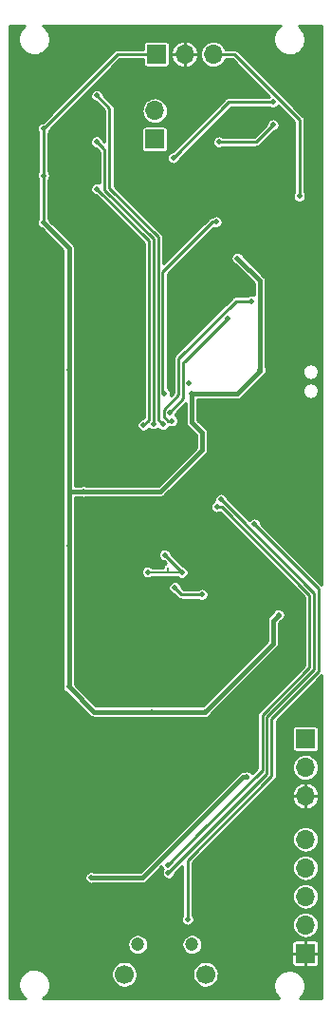
<source format=gbr>
G04 #@! TF.FileFunction,Copper,L2,Bot,Signal*
%FSLAX46Y46*%
G04 Gerber Fmt 4.6, Leading zero omitted, Abs format (unit mm)*
G04 Created by KiCad (PCBNEW 4.0.7-e1-6374~58~ubuntu16.04.1) date Thu Aug 24 13:52:24 2017*
%MOMM*%
%LPD*%
G01*
G04 APERTURE LIST*
%ADD10C,0.100000*%
%ADD11R,1.700000X1.700000*%
%ADD12O,1.700000X1.700000*%
%ADD13C,1.200000*%
%ADD14C,1.700000*%
%ADD15C,0.500000*%
%ADD16C,0.254000*%
%ADD17C,0.381000*%
%ADD18C,0.203200*%
%ADD19C,0.253000*%
G04 APERTURE END LIST*
D10*
D11*
X25624000Y-23800000D03*
D12*
X25624000Y-21260000D03*
X25624000Y-18720000D03*
X25624000Y-16180000D03*
X25624000Y-13640000D03*
D11*
X12319000Y56261000D03*
D12*
X14859000Y56261000D03*
X17399000Y56261000D03*
D11*
X12192000Y48704500D03*
D12*
X12192000Y51244500D03*
D13*
X10656000Y-23011400D03*
X15506000Y-23011400D03*
D14*
X9456000Y-25661400D03*
X16706000Y-25661400D03*
D11*
X25628600Y-4699000D03*
D12*
X25628600Y-7239000D03*
X25628600Y-9779000D03*
D15*
X15176500Y32893000D03*
X16192500Y31877000D03*
X17843500Y25146000D03*
X17145000Y24447500D03*
X7810500Y25209500D03*
X8826500Y25209500D03*
X15621000Y21145500D03*
X15049500Y21717000D03*
X12077700Y-12319000D03*
X11531600Y-12865100D03*
X10769600Y-12852400D03*
X10033000Y-12865100D03*
X18975679Y9421817D03*
X19737679Y9421817D03*
X21564600Y28194000D03*
X4508500Y28194000D03*
X5842000Y17335500D03*
X4508500Y12495077D03*
X4508500Y-63500D03*
X2235200Y41287700D03*
X2235200Y45466000D03*
X2235200Y49631600D03*
X15494000Y26035000D03*
X11938000Y-2286000D03*
X16637000Y-2286000D03*
X15244663Y26982831D03*
X19558000Y38100000D03*
X23241000Y6350000D03*
X13508821Y24384000D03*
X18669000Y32766000D03*
X20828000Y34290000D03*
X13716000Y23622000D03*
X13081000Y11684000D03*
X11557000Y10160000D03*
X14605000Y10123574D03*
X16383000Y8165680D03*
X13970000Y8763000D03*
X25082500Y43624500D03*
X17653000Y41338500D03*
X13030200Y26047700D03*
X7010400Y44284900D03*
X11176000Y23241000D03*
X6985000Y48475900D03*
X12065000Y23368000D03*
X17716500Y15976600D03*
X13360400Y-15913100D03*
X13395245Y-16626941D03*
X18084187Y16628907D03*
X7010400Y52590700D03*
X12890500Y23291800D03*
X20396200Y-8102600D03*
X6502400Y-17043400D03*
X21082000Y14414431D03*
X15113000Y-20764500D03*
X17907000Y48465500D03*
X22733000Y49974500D03*
X13843000Y47053500D03*
X22733000Y52006500D03*
D16*
X16192500Y31877000D02*
X15176500Y32893000D01*
X17145000Y24447500D02*
X17843500Y25146000D01*
X8826500Y25209500D02*
X7810500Y25209500D01*
X15049500Y21717000D02*
X15621000Y21145500D01*
X11531600Y-12865100D02*
X12077700Y-12319000D01*
X10033000Y-12865100D02*
X10756900Y-12865100D01*
X10756900Y-12865100D02*
X10769600Y-12852400D01*
X19737679Y9421817D02*
X18975679Y9421817D01*
D17*
X5842000Y17335500D02*
X9080500Y17335500D01*
X9080500Y17335500D02*
X9348923Y17335500D01*
X15494000Y23480577D02*
X16383000Y22591577D01*
X16383000Y22591577D02*
X16383000Y21030006D01*
X16383000Y21030006D02*
X12688494Y17335500D01*
X12688494Y17335500D02*
X9080500Y17335500D01*
X4127500Y39395400D02*
X2485199Y41037701D01*
X4508500Y28194000D02*
X4508500Y39014400D01*
X4508500Y39014400D02*
X4127500Y39395400D01*
X2485199Y41037701D02*
X2235200Y41287700D01*
X4508500Y17335500D02*
X5842000Y17335500D01*
X4508500Y17335500D02*
X4508500Y28194000D01*
X4508500Y12495077D02*
X4508500Y17335500D01*
D16*
X12319000Y56261000D02*
X8864600Y56261000D01*
X8864600Y56261000D02*
X2235200Y49631600D01*
D17*
X4508500Y11176000D02*
X4508500Y12495077D01*
X4508500Y9144000D02*
X4508500Y-63500D01*
X4508500Y-63500D02*
X6731000Y-2286000D01*
X6731000Y-2286000D02*
X11938000Y-2286000D01*
X23241000Y6350000D02*
X22733000Y5842000D01*
X22733000Y5842000D02*
X22733000Y3810000D01*
X22733000Y3810000D02*
X16637000Y-2286000D01*
X21564600Y36093400D02*
X21564600Y28194000D01*
X19558000Y26035000D02*
X21564600Y28041600D01*
X21564600Y28041600D02*
X21564600Y28194000D01*
X15494000Y26035000D02*
X19558000Y26035000D01*
X15494000Y23480577D02*
X15494000Y26035000D01*
X19558000Y38100000D02*
X21564600Y36093400D01*
D16*
X2235200Y45466000D02*
X2235200Y41287700D01*
X2235200Y49631600D02*
X2235200Y45466000D01*
D17*
X11938000Y-2286000D02*
X16637000Y-2286000D01*
X4508500Y9144000D02*
X4508500Y11176000D01*
D16*
X13508821Y24384000D02*
X14715262Y25590441D01*
X14715262Y25590441D02*
X14715262Y28812262D01*
X14715262Y28812262D02*
X14846300Y28943300D01*
X14846300Y28943300D02*
X18669000Y32766000D01*
X13483410Y24409411D02*
X13508821Y24384000D01*
X20828000Y34290000D02*
X19431000Y34290000D01*
X13363650Y23622000D02*
X13716000Y23622000D01*
X19431000Y34290000D02*
X14308852Y29167852D01*
X14308852Y29167852D02*
X14308852Y25967545D01*
X14308852Y25967545D02*
X12979411Y24638104D01*
X12979411Y24638104D02*
X12979411Y24006239D01*
X12979411Y24006239D02*
X13363650Y23622000D01*
X14605000Y10123574D02*
X14605000Y10160000D01*
X14605000Y10160000D02*
X13081000Y11684000D01*
D18*
X13335000Y10123574D02*
X11593426Y10123574D01*
X14605000Y10123574D02*
X13335000Y10123574D01*
X13335000Y10123574D02*
X13335000Y10541000D01*
X11593426Y10123574D02*
X11557000Y10160000D01*
D16*
X16383000Y8165680D02*
X14567320Y8165680D01*
X14567320Y8165680D02*
X13970000Y8763000D01*
X25082500Y50440514D02*
X25082500Y43624500D01*
X17399000Y56261000D02*
X19262014Y56261000D01*
X19262014Y56261000D02*
X25082500Y50440514D01*
X12877820Y36322000D02*
X12877820Y26289000D01*
X17653000Y41338500D02*
X17299447Y41338500D01*
X17299447Y41338500D02*
X12877820Y36916873D01*
X12877820Y36916873D02*
X12877820Y36322000D01*
X13030200Y26047700D02*
X12877820Y26200080D01*
X12877820Y26200080D02*
X12877820Y26289000D01*
X11658590Y23710890D02*
X11658590Y39636710D01*
X11658590Y39636710D02*
X11544300Y39751000D01*
X11544300Y23609300D02*
X11557000Y23609300D01*
X11557000Y23609300D02*
X11658590Y23710890D01*
X11544300Y39751000D02*
X7010400Y44284900D01*
X11176000Y23241000D02*
X11544300Y23609300D01*
X12065000Y23368000D02*
X12065000Y39805050D01*
X12065000Y39805050D02*
X7708900Y44161150D01*
X7708900Y44161150D02*
X7708900Y47752000D01*
X7708900Y47752000D02*
X7556500Y47904400D01*
X7556500Y47904400D02*
X6985000Y48475900D01*
X26009600Y8128744D02*
X26009600Y1651000D01*
X21793200Y-7489114D02*
X21793200Y-2565400D01*
X21793200Y-2565400D02*
X26009600Y1651000D01*
X13360400Y-15913100D02*
X16243300Y-13030200D01*
X16243300Y-13030200D02*
X16252114Y-13030200D01*
X16252114Y-13030200D02*
X21793200Y-7489114D01*
X17716500Y15976600D02*
X18161744Y15976600D01*
X18161744Y15976600D02*
X26009600Y8128744D01*
X26416009Y1482659D02*
X22199610Y-2733740D01*
X22199610Y-2733740D02*
X22199610Y-7822576D01*
X22199610Y-7822576D02*
X13645244Y-16376942D01*
X13645244Y-16376942D02*
X13395245Y-16626941D01*
X26416010Y1803400D02*
X26416010Y8297084D01*
X26416010Y1803400D02*
X26416009Y1482659D01*
X26416010Y8297084D02*
X19431000Y15282094D01*
X19431000Y15282094D02*
X18084187Y16628907D01*
X7010400Y52590700D02*
X8128000Y51473100D01*
X8128000Y51473100D02*
X8128000Y44348400D01*
X8128000Y44348400D02*
X12471410Y40004990D01*
X12471410Y40004990D02*
X12471410Y23710890D01*
X12471410Y23710890D02*
X12890500Y23291800D01*
D17*
X20396200Y-8102600D02*
X20042647Y-8102600D01*
X11101847Y-17043400D02*
X6855953Y-17043400D01*
X20042647Y-8102600D02*
X11101847Y-17043400D01*
X6855953Y-17043400D02*
X6502400Y-17043400D01*
D16*
X26822420Y8674011D02*
X26822420Y1701800D01*
X26822420Y1701800D02*
X26822418Y1314319D01*
X26822418Y1314319D02*
X22606020Y-2902079D01*
X22606020Y-2902079D02*
X22606020Y-8000980D01*
X22606020Y-8000980D02*
X15113000Y-15494000D01*
X21082000Y14414431D02*
X26822420Y8674011D01*
X15113000Y-15494000D02*
X15113000Y-20764500D01*
X22733000Y49974500D02*
X21224000Y48465500D01*
X21224000Y48465500D02*
X17907000Y48465500D01*
X22733000Y52006500D02*
X18796000Y52006500D01*
X18796000Y52006500D02*
X13843000Y47053500D01*
D19*
G36*
X499810Y58719611D02*
X299487Y58523440D01*
X141082Y58292096D01*
X30629Y58034390D01*
X-27665Y57760138D01*
X-31580Y57479787D01*
X19034Y57204014D01*
X122248Y56943325D01*
X274132Y56707648D01*
X468899Y56505960D01*
X699132Y56345944D01*
X956061Y56233695D01*
X1229899Y56173488D01*
X1510216Y56167616D01*
X1786335Y56216303D01*
X2047739Y56317695D01*
X2284470Y56467930D01*
X2487513Y56661284D01*
X2649132Y56890394D01*
X2763172Y57146533D01*
X2825290Y57419944D01*
X2829762Y57740189D01*
X2775302Y58015228D01*
X2668458Y58274451D01*
X2513299Y58507985D01*
X2315735Y58706933D01*
X2211412Y58777300D01*
X23387968Y58777300D01*
X23299810Y58719611D01*
X23099487Y58523440D01*
X22941082Y58292096D01*
X22830629Y58034390D01*
X22772335Y57760138D01*
X22768420Y57479787D01*
X22819034Y57204014D01*
X22922248Y56943325D01*
X23074132Y56707648D01*
X23268899Y56505960D01*
X23499132Y56345944D01*
X23756061Y56233695D01*
X24029899Y56173488D01*
X24310216Y56167616D01*
X24586335Y56216303D01*
X24847739Y56317695D01*
X25084470Y56467930D01*
X25287513Y56661284D01*
X25449132Y56890394D01*
X25563172Y57146533D01*
X25625290Y57419944D01*
X25629762Y57740189D01*
X25575302Y58015228D01*
X25468458Y58274451D01*
X25313299Y58507985D01*
X25115735Y58706933D01*
X25011412Y58777300D01*
X27090821Y58777300D01*
X27093382Y9048921D01*
X21659428Y14482875D01*
X21639643Y14582793D01*
X21596321Y14687901D01*
X21533409Y14782591D01*
X21453303Y14863259D01*
X21359053Y14926831D01*
X21254251Y14970885D01*
X21142888Y14993745D01*
X21029206Y14994539D01*
X20917535Y14973236D01*
X20812128Y14930649D01*
X20717000Y14868399D01*
X20635775Y14788858D01*
X20609086Y14749880D01*
X18661615Y16697351D01*
X18641830Y16797269D01*
X18598508Y16902377D01*
X18535596Y16997067D01*
X18455490Y17077735D01*
X18361240Y17141307D01*
X18256438Y17185361D01*
X18145075Y17208221D01*
X18031393Y17209015D01*
X17919722Y17187712D01*
X17814315Y17145125D01*
X17719187Y17082875D01*
X17637962Y17003334D01*
X17573734Y16909531D01*
X17528949Y16805039D01*
X17505312Y16693838D01*
X17503725Y16580164D01*
X17514708Y16520324D01*
X17446628Y16492818D01*
X17351500Y16430568D01*
X17270275Y16351027D01*
X17206047Y16257224D01*
X17161262Y16152732D01*
X17137625Y16041531D01*
X17136038Y15927857D01*
X17156560Y15816040D01*
X17198411Y15710338D01*
X17259995Y15614778D01*
X17338967Y15533000D01*
X17432319Y15468119D01*
X17536496Y15422605D01*
X17647529Y15398193D01*
X17761189Y15395812D01*
X17873147Y15415553D01*
X17979138Y15456664D01*
X18013807Y15478665D01*
X25552900Y7939573D01*
X25552900Y1840172D01*
X21470264Y-2242464D01*
X21443451Y-2275107D01*
X21416371Y-2307380D01*
X21415216Y-2309481D01*
X21413689Y-2311340D01*
X21393741Y-2348543D01*
X21373431Y-2385487D01*
X21372705Y-2387777D01*
X21371570Y-2389893D01*
X21359235Y-2430238D01*
X21346480Y-2470447D01*
X21346212Y-2472832D01*
X21345510Y-2475130D01*
X21341244Y-2517124D01*
X21336545Y-2559023D01*
X21336512Y-2563718D01*
X21336503Y-2563805D01*
X21336511Y-2563886D01*
X21336500Y-2565400D01*
X21336500Y-7299942D01*
X20869322Y-7767120D01*
X20847609Y-7734440D01*
X20767503Y-7653772D01*
X20673253Y-7590200D01*
X20568451Y-7546146D01*
X20457088Y-7523286D01*
X20343406Y-7522492D01*
X20231735Y-7543795D01*
X20136184Y-7582400D01*
X20042647Y-7582400D01*
X19994838Y-7587088D01*
X19946956Y-7591277D01*
X19944330Y-7592040D01*
X19941606Y-7592307D01*
X19895606Y-7606195D01*
X19849462Y-7619601D01*
X19847032Y-7620861D01*
X19844414Y-7621651D01*
X19801980Y-7644213D01*
X19759327Y-7666323D01*
X19757190Y-7668029D01*
X19754773Y-7669314D01*
X19717501Y-7699712D01*
X19679982Y-7729663D01*
X19676178Y-7733414D01*
X19676096Y-7733481D01*
X19676034Y-7733556D01*
X19674810Y-7734763D01*
X10886373Y-16523200D01*
X6760897Y-16523200D01*
X6674651Y-16486946D01*
X6563288Y-16464086D01*
X6449606Y-16463292D01*
X6337935Y-16484595D01*
X6232528Y-16527182D01*
X6137400Y-16589432D01*
X6056175Y-16668973D01*
X5991947Y-16762776D01*
X5947162Y-16867268D01*
X5923525Y-16978469D01*
X5921938Y-17092143D01*
X5942460Y-17203960D01*
X5984311Y-17309662D01*
X6045895Y-17405222D01*
X6124867Y-17487000D01*
X6218219Y-17551881D01*
X6322396Y-17597395D01*
X6433429Y-17621807D01*
X6547089Y-17624188D01*
X6659047Y-17604447D01*
X6764357Y-17563600D01*
X11101847Y-17563600D01*
X11149656Y-17558912D01*
X11197538Y-17554723D01*
X11200164Y-17553960D01*
X11202888Y-17553693D01*
X11248935Y-17539791D01*
X11295032Y-17526398D01*
X11297457Y-17525141D01*
X11300080Y-17524349D01*
X11342568Y-17501758D01*
X11385168Y-17479676D01*
X11387303Y-17477972D01*
X11389721Y-17476686D01*
X11426998Y-17446284D01*
X11464512Y-17416337D01*
X11468316Y-17412586D01*
X11468398Y-17412519D01*
X11468460Y-17412444D01*
X11469684Y-17411237D01*
X12802389Y-16078532D01*
X12842311Y-16179362D01*
X12903895Y-16274922D01*
X12921321Y-16292967D01*
X12884792Y-16346317D01*
X12840007Y-16450809D01*
X12816370Y-16562010D01*
X12814783Y-16675684D01*
X12835305Y-16787501D01*
X12877156Y-16893203D01*
X12938740Y-16988763D01*
X13017712Y-17070541D01*
X13111064Y-17135422D01*
X13215241Y-17180936D01*
X13326274Y-17205348D01*
X13439934Y-17207729D01*
X13551892Y-17187988D01*
X13657883Y-17146877D01*
X13753871Y-17085961D01*
X13836198Y-17007562D01*
X13901730Y-16914665D01*
X13947970Y-16810808D01*
X13973157Y-16699948D01*
X13973228Y-16694830D01*
X14656300Y-16011758D01*
X14656300Y-20405371D01*
X14602547Y-20483876D01*
X14557762Y-20588368D01*
X14534125Y-20699569D01*
X14532538Y-20813243D01*
X14553060Y-20925060D01*
X14594911Y-21030762D01*
X14656495Y-21126322D01*
X14735467Y-21208100D01*
X14828819Y-21272981D01*
X14932996Y-21318495D01*
X15044029Y-21342907D01*
X15157689Y-21345288D01*
X15269647Y-21325547D01*
X15375638Y-21284436D01*
X15427120Y-21251764D01*
X24438621Y-21251764D01*
X24459488Y-21481054D01*
X24524493Y-21701923D01*
X24631161Y-21905960D01*
X24775429Y-22085393D01*
X24951800Y-22233386D01*
X25153559Y-22344304D01*
X25373019Y-22413921D01*
X25601821Y-22439585D01*
X25618292Y-22439700D01*
X25629708Y-22439700D01*
X25858846Y-22417233D01*
X26079257Y-22350687D01*
X26282544Y-22242597D01*
X26460965Y-22097081D01*
X26607724Y-21919680D01*
X26717230Y-21717152D01*
X26785313Y-21497212D01*
X26809379Y-21268236D01*
X26788512Y-21038946D01*
X26723507Y-20818077D01*
X26616839Y-20614040D01*
X26472571Y-20434607D01*
X26296200Y-20286614D01*
X26094441Y-20175696D01*
X25874981Y-20106079D01*
X25646179Y-20080415D01*
X25629708Y-20080300D01*
X25618292Y-20080300D01*
X25389154Y-20102767D01*
X25168743Y-20169313D01*
X24965456Y-20277403D01*
X24787035Y-20422919D01*
X24640276Y-20600320D01*
X24530770Y-20802848D01*
X24462687Y-21022788D01*
X24438621Y-21251764D01*
X15427120Y-21251764D01*
X15471626Y-21223520D01*
X15553953Y-21145121D01*
X15619485Y-21052224D01*
X15665725Y-20948367D01*
X15690912Y-20837507D01*
X15692725Y-20707657D01*
X15670643Y-20596138D01*
X15627321Y-20491030D01*
X15569700Y-20404304D01*
X15569700Y-18711764D01*
X24438621Y-18711764D01*
X24459488Y-18941054D01*
X24524493Y-19161923D01*
X24631161Y-19365960D01*
X24775429Y-19545393D01*
X24951800Y-19693386D01*
X25153559Y-19804304D01*
X25373019Y-19873921D01*
X25601821Y-19899585D01*
X25618292Y-19899700D01*
X25629708Y-19899700D01*
X25858846Y-19877233D01*
X26079257Y-19810687D01*
X26282544Y-19702597D01*
X26460965Y-19557081D01*
X26607724Y-19379680D01*
X26717230Y-19177152D01*
X26785313Y-18957212D01*
X26809379Y-18728236D01*
X26788512Y-18498946D01*
X26723507Y-18278077D01*
X26616839Y-18074040D01*
X26472571Y-17894607D01*
X26296200Y-17746614D01*
X26094441Y-17635696D01*
X25874981Y-17566079D01*
X25646179Y-17540415D01*
X25629708Y-17540300D01*
X25618292Y-17540300D01*
X25389154Y-17562767D01*
X25168743Y-17629313D01*
X24965456Y-17737403D01*
X24787035Y-17882919D01*
X24640276Y-18060320D01*
X24530770Y-18262848D01*
X24462687Y-18482788D01*
X24438621Y-18711764D01*
X15569700Y-18711764D01*
X15569700Y-16171764D01*
X24438621Y-16171764D01*
X24459488Y-16401054D01*
X24524493Y-16621923D01*
X24631161Y-16825960D01*
X24775429Y-17005393D01*
X24951800Y-17153386D01*
X25153559Y-17264304D01*
X25373019Y-17333921D01*
X25601821Y-17359585D01*
X25618292Y-17359700D01*
X25629708Y-17359700D01*
X25858846Y-17337233D01*
X26079257Y-17270687D01*
X26282544Y-17162597D01*
X26460965Y-17017081D01*
X26607724Y-16839680D01*
X26717230Y-16637152D01*
X26785313Y-16417212D01*
X26809379Y-16188236D01*
X26788512Y-15958946D01*
X26723507Y-15738077D01*
X26616839Y-15534040D01*
X26472571Y-15354607D01*
X26296200Y-15206614D01*
X26094441Y-15095696D01*
X25874981Y-15026079D01*
X25646179Y-15000415D01*
X25629708Y-15000300D01*
X25618292Y-15000300D01*
X25389154Y-15022767D01*
X25168743Y-15089313D01*
X24965456Y-15197403D01*
X24787035Y-15342919D01*
X24640276Y-15520320D01*
X24530770Y-15722848D01*
X24462687Y-15942788D01*
X24438621Y-16171764D01*
X15569700Y-16171764D01*
X15569700Y-15683172D01*
X17621107Y-13631764D01*
X24438621Y-13631764D01*
X24459488Y-13861054D01*
X24524493Y-14081923D01*
X24631161Y-14285960D01*
X24775429Y-14465393D01*
X24951800Y-14613386D01*
X25153559Y-14724304D01*
X25373019Y-14793921D01*
X25601821Y-14819585D01*
X25618292Y-14819700D01*
X25629708Y-14819700D01*
X25858846Y-14797233D01*
X26079257Y-14730687D01*
X26282544Y-14622597D01*
X26460965Y-14477081D01*
X26607724Y-14299680D01*
X26717230Y-14097152D01*
X26785313Y-13877212D01*
X26809379Y-13648236D01*
X26788512Y-13418946D01*
X26723507Y-13198077D01*
X26616839Y-12994040D01*
X26472571Y-12814607D01*
X26296200Y-12666614D01*
X26094441Y-12555696D01*
X25874981Y-12486079D01*
X25646179Y-12460415D01*
X25629708Y-12460300D01*
X25618292Y-12460300D01*
X25389154Y-12482767D01*
X25168743Y-12549313D01*
X24965456Y-12657403D01*
X24787035Y-12802919D01*
X24640276Y-12980320D01*
X24530770Y-13182848D01*
X24462687Y-13402788D01*
X24438621Y-13631764D01*
X17621107Y-13631764D01*
X21280885Y-9971986D01*
X24413328Y-9971986D01*
X24431982Y-10065768D01*
X24510920Y-10293706D01*
X24632810Y-10501865D01*
X24792968Y-10682244D01*
X24985239Y-10827912D01*
X25202234Y-10933271D01*
X25435614Y-10994272D01*
X25628100Y-10914375D01*
X25628100Y-9779500D01*
X25629100Y-9779500D01*
X25629100Y-10914375D01*
X25821586Y-10994272D01*
X26054966Y-10933271D01*
X26271961Y-10827912D01*
X26464232Y-10682244D01*
X26624390Y-10501865D01*
X26746280Y-10293706D01*
X26825218Y-10065768D01*
X26843872Y-9971986D01*
X26763975Y-9779500D01*
X25629100Y-9779500D01*
X25628100Y-9779500D01*
X24493225Y-9779500D01*
X24413328Y-9971986D01*
X21280885Y-9971986D01*
X21666857Y-9586014D01*
X24413328Y-9586014D01*
X24493225Y-9778500D01*
X25628100Y-9778500D01*
X25628100Y-8643625D01*
X25629100Y-8643625D01*
X25629100Y-9778500D01*
X26763975Y-9778500D01*
X26843872Y-9586014D01*
X26825218Y-9492232D01*
X26746280Y-9264294D01*
X26624390Y-9056135D01*
X26464232Y-8875756D01*
X26271961Y-8730088D01*
X26054966Y-8624729D01*
X25821586Y-8563728D01*
X25629100Y-8643625D01*
X25628100Y-8643625D01*
X25435614Y-8563728D01*
X25202234Y-8624729D01*
X24985239Y-8730088D01*
X24792968Y-8875756D01*
X24632810Y-9056135D01*
X24510920Y-9264294D01*
X24431982Y-9492232D01*
X24413328Y-9586014D01*
X21666857Y-9586014D01*
X22928956Y-8323915D01*
X22955749Y-8291297D01*
X22982849Y-8259000D01*
X22984004Y-8256899D01*
X22985531Y-8255040D01*
X23005479Y-8217837D01*
X23025789Y-8180893D01*
X23026515Y-8178603D01*
X23027650Y-8176487D01*
X23039985Y-8136142D01*
X23052740Y-8095933D01*
X23053008Y-8093548D01*
X23053710Y-8091250D01*
X23057975Y-8049260D01*
X23062675Y-8007357D01*
X23062708Y-8002661D01*
X23062717Y-8002574D01*
X23062709Y-8002489D01*
X23062720Y-8000980D01*
X23062720Y-7230764D01*
X24443221Y-7230764D01*
X24464088Y-7460054D01*
X24529093Y-7680923D01*
X24635761Y-7884960D01*
X24780029Y-8064393D01*
X24956400Y-8212386D01*
X25158159Y-8323304D01*
X25377619Y-8392921D01*
X25606421Y-8418585D01*
X25622892Y-8418700D01*
X25634308Y-8418700D01*
X25863446Y-8396233D01*
X26083857Y-8329687D01*
X26287144Y-8221597D01*
X26465565Y-8076081D01*
X26612324Y-7898680D01*
X26721830Y-7696152D01*
X26789913Y-7476212D01*
X26813979Y-7247236D01*
X26793112Y-7017946D01*
X26728107Y-6797077D01*
X26621439Y-6593040D01*
X26477171Y-6413607D01*
X26300800Y-6265614D01*
X26099041Y-6154696D01*
X25879581Y-6085079D01*
X25650779Y-6059415D01*
X25634308Y-6059300D01*
X25622892Y-6059300D01*
X25393754Y-6081767D01*
X25173343Y-6148313D01*
X24970056Y-6256403D01*
X24791635Y-6401919D01*
X24644876Y-6579320D01*
X24535370Y-6781848D01*
X24467287Y-7001788D01*
X24443221Y-7230764D01*
X23062720Y-7230764D01*
X23062720Y-3849000D01*
X24447305Y-3849000D01*
X24447305Y-5549000D01*
X24451492Y-5601503D01*
X24479069Y-5690555D01*
X24530364Y-5768398D01*
X24601315Y-5828869D01*
X24686303Y-5867179D01*
X24778600Y-5880295D01*
X26478600Y-5880295D01*
X26531103Y-5876108D01*
X26620155Y-5848531D01*
X26697998Y-5797236D01*
X26758469Y-5726285D01*
X26796779Y-5641297D01*
X26809895Y-5549000D01*
X26809895Y-3849000D01*
X26805708Y-3796497D01*
X26778131Y-3707445D01*
X26726836Y-3629602D01*
X26655885Y-3569131D01*
X26570897Y-3530821D01*
X26478600Y-3517705D01*
X24778600Y-3517705D01*
X24726097Y-3521892D01*
X24637045Y-3549469D01*
X24559202Y-3600764D01*
X24498731Y-3671715D01*
X24460421Y-3756703D01*
X24447305Y-3849000D01*
X23062720Y-3849000D01*
X23062720Y-3091251D01*
X27093800Y939829D01*
X27095279Y-27789385D01*
X25128863Y-27789796D01*
X25287513Y-27638716D01*
X25449132Y-27409606D01*
X25563172Y-27153467D01*
X25625290Y-26880056D01*
X25629762Y-26559811D01*
X25575302Y-26284772D01*
X25468458Y-26025549D01*
X25313299Y-25792015D01*
X25115735Y-25593067D01*
X24883290Y-25436281D01*
X24624820Y-25327630D01*
X24350167Y-25271252D01*
X24069796Y-25269295D01*
X23794383Y-25321832D01*
X23534421Y-25426864D01*
X23299810Y-25580389D01*
X23099487Y-25776560D01*
X22941082Y-26007904D01*
X22830629Y-26265610D01*
X22772335Y-26539862D01*
X22768420Y-26820213D01*
X22819034Y-27095986D01*
X22922248Y-27356675D01*
X23074132Y-27592352D01*
X23265177Y-27790185D01*
X2185952Y-27794592D01*
X2284470Y-27732070D01*
X2487513Y-27538716D01*
X2649132Y-27309606D01*
X2763172Y-27053467D01*
X2825290Y-26780056D01*
X2829762Y-26459811D01*
X2775302Y-26184772D01*
X2668458Y-25925549D01*
X2558862Y-25760592D01*
X8274749Y-25760592D01*
X8316513Y-25988143D01*
X8401679Y-26203248D01*
X8527004Y-26397714D01*
X8687713Y-26564134D01*
X8877687Y-26696169D01*
X9089689Y-26788790D01*
X9315643Y-26838469D01*
X9546943Y-26843314D01*
X9774780Y-26803141D01*
X9990474Y-26719478D01*
X10185810Y-26595514D01*
X10353348Y-26435970D01*
X10486706Y-26246923D01*
X10580805Y-26035573D01*
X10632061Y-25809971D01*
X10632750Y-25760592D01*
X15524749Y-25760592D01*
X15566513Y-25988143D01*
X15651679Y-26203248D01*
X15777004Y-26397714D01*
X15937713Y-26564134D01*
X16127687Y-26696169D01*
X16339689Y-26788790D01*
X16565643Y-26838469D01*
X16796943Y-26843314D01*
X17024780Y-26803141D01*
X17240474Y-26719478D01*
X17435810Y-26595514D01*
X17603348Y-26435970D01*
X17736706Y-26246923D01*
X17830805Y-26035573D01*
X17882061Y-25809971D01*
X17885751Y-25545724D01*
X17840814Y-25318779D01*
X17752653Y-25104885D01*
X17624625Y-24912187D01*
X17461607Y-24748027D01*
X17269809Y-24618658D01*
X17056535Y-24529005D01*
X16829909Y-24482486D01*
X16598563Y-24480871D01*
X16371310Y-24524222D01*
X16156805Y-24610887D01*
X15963219Y-24737567D01*
X15797925Y-24899434D01*
X15667219Y-25090325D01*
X15576080Y-25302968D01*
X15527980Y-25529264D01*
X15524749Y-25760592D01*
X10632750Y-25760592D01*
X10635751Y-25545724D01*
X10590814Y-25318779D01*
X10502653Y-25104885D01*
X10374625Y-24912187D01*
X10211607Y-24748027D01*
X10019809Y-24618658D01*
X9806535Y-24529005D01*
X9579909Y-24482486D01*
X9348563Y-24480871D01*
X9121310Y-24524222D01*
X8906805Y-24610887D01*
X8713219Y-24737567D01*
X8547925Y-24899434D01*
X8417219Y-25090325D01*
X8326080Y-25302968D01*
X8277980Y-25529264D01*
X8274749Y-25760592D01*
X2558862Y-25760592D01*
X2513299Y-25692015D01*
X2315735Y-25493067D01*
X2083290Y-25336281D01*
X1824820Y-25227630D01*
X1550167Y-25171252D01*
X1269796Y-25169295D01*
X994383Y-25221832D01*
X734421Y-25326864D01*
X499810Y-25480389D01*
X299487Y-25676560D01*
X141082Y-25907904D01*
X30629Y-26165610D01*
X-27665Y-26439862D01*
X-31580Y-26720213D01*
X19034Y-26995986D01*
X122248Y-27256675D01*
X274132Y-27492352D01*
X468899Y-27694040D01*
X614047Y-27794921D01*
X-795330Y-27795215D01*
X-795680Y-23089572D01*
X9725078Y-23089572D01*
X9757991Y-23268900D01*
X9825109Y-23438420D01*
X9923875Y-23591675D01*
X10050528Y-23722828D01*
X10200242Y-23826882D01*
X10367317Y-23899875D01*
X10545387Y-23939026D01*
X10727671Y-23942845D01*
X10907224Y-23911185D01*
X11077209Y-23845252D01*
X11231150Y-23747558D01*
X11363183Y-23621824D01*
X11468280Y-23472840D01*
X11542438Y-23306279D01*
X11582832Y-23128486D01*
X11583375Y-23089572D01*
X14575078Y-23089572D01*
X14607991Y-23268900D01*
X14675109Y-23438420D01*
X14773875Y-23591675D01*
X14900528Y-23722828D01*
X15050242Y-23826882D01*
X15217317Y-23899875D01*
X15395387Y-23939026D01*
X15577671Y-23942845D01*
X15757224Y-23911185D01*
X15797339Y-23895625D01*
X24393500Y-23895625D01*
X24393500Y-24687476D01*
X24408122Y-24760988D01*
X24436805Y-24830234D01*
X24478446Y-24892555D01*
X24531445Y-24945554D01*
X24593766Y-24987195D01*
X24663012Y-25015878D01*
X24736524Y-25030500D01*
X25528375Y-25030500D01*
X25623500Y-24935375D01*
X25623500Y-23800500D01*
X25624500Y-23800500D01*
X25624500Y-24935375D01*
X25719625Y-25030500D01*
X26511476Y-25030500D01*
X26584988Y-25015878D01*
X26654234Y-24987195D01*
X26716555Y-24945554D01*
X26769554Y-24892555D01*
X26811195Y-24830234D01*
X26839878Y-24760988D01*
X26854500Y-24687476D01*
X26854500Y-23895625D01*
X26759375Y-23800500D01*
X25624500Y-23800500D01*
X25623500Y-23800500D01*
X24488625Y-23800500D01*
X24393500Y-23895625D01*
X15797339Y-23895625D01*
X15927209Y-23845252D01*
X16081150Y-23747558D01*
X16213183Y-23621824D01*
X16318280Y-23472840D01*
X16392438Y-23306279D01*
X16432832Y-23128486D01*
X16435739Y-22920238D01*
X16434212Y-22912524D01*
X24393500Y-22912524D01*
X24393500Y-23704375D01*
X24488625Y-23799500D01*
X25623500Y-23799500D01*
X25623500Y-22664625D01*
X25624500Y-22664625D01*
X25624500Y-23799500D01*
X26759375Y-23799500D01*
X26854500Y-23704375D01*
X26854500Y-22912524D01*
X26839878Y-22839012D01*
X26811195Y-22769766D01*
X26769554Y-22707445D01*
X26716555Y-22654446D01*
X26654234Y-22612805D01*
X26584988Y-22584122D01*
X26511476Y-22569500D01*
X25719625Y-22569500D01*
X25624500Y-22664625D01*
X25623500Y-22664625D01*
X25528375Y-22569500D01*
X24736524Y-22569500D01*
X24663012Y-22584122D01*
X24593766Y-22612805D01*
X24531445Y-22654446D01*
X24478446Y-22707445D01*
X24436805Y-22769766D01*
X24408122Y-22839012D01*
X24393500Y-22912524D01*
X16434212Y-22912524D01*
X16400326Y-22741387D01*
X16330848Y-22572821D01*
X16229952Y-22420959D01*
X16101480Y-22291588D01*
X15950327Y-22189634D01*
X15782250Y-22118981D01*
X15603650Y-22082320D01*
X15421331Y-22081047D01*
X15242237Y-22115211D01*
X15073190Y-22183510D01*
X14920628Y-22283344D01*
X14790363Y-22410909D01*
X14687356Y-22561347D01*
X14615531Y-22728927D01*
X14577624Y-22907266D01*
X14575078Y-23089572D01*
X11583375Y-23089572D01*
X11585739Y-22920238D01*
X11550326Y-22741387D01*
X11480848Y-22572821D01*
X11379952Y-22420959D01*
X11251480Y-22291588D01*
X11100327Y-22189634D01*
X10932250Y-22118981D01*
X10753650Y-22082320D01*
X10571331Y-22081047D01*
X10392237Y-22115211D01*
X10223190Y-22183510D01*
X10070628Y-22283344D01*
X9940363Y-22410909D01*
X9837356Y-22561347D01*
X9765531Y-22728927D01*
X9727624Y-22907266D01*
X9725078Y-23089572D01*
X-795680Y-23089572D01*
X-801086Y49582857D01*
X1654738Y49582857D01*
X1675260Y49471040D01*
X1717111Y49365338D01*
X1778500Y49270081D01*
X1778500Y45825129D01*
X1724747Y45746624D01*
X1679962Y45642132D01*
X1656325Y45530931D01*
X1654738Y45417257D01*
X1675260Y45305440D01*
X1717111Y45199738D01*
X1778500Y45104481D01*
X1778500Y41646829D01*
X1724747Y41568324D01*
X1679962Y41463832D01*
X1656325Y41352631D01*
X1654738Y41238957D01*
X1675260Y41127140D01*
X1717111Y41021438D01*
X1778695Y40925878D01*
X1857667Y40844100D01*
X1951019Y40779219D01*
X2052221Y40735005D01*
X3988300Y38798926D01*
X3988300Y28451882D01*
X3953262Y28370132D01*
X3929625Y28258931D01*
X3928038Y28145257D01*
X3948560Y28033440D01*
X3988300Y27933070D01*
X3988300Y12752959D01*
X3953262Y12671209D01*
X3929625Y12560008D01*
X3928038Y12446334D01*
X3948560Y12334517D01*
X3988300Y12234147D01*
X3988300Y194382D01*
X3953262Y112632D01*
X3929625Y1431D01*
X3928038Y-112243D01*
X3948560Y-224060D01*
X3990411Y-329762D01*
X4051995Y-425322D01*
X4130967Y-507100D01*
X4224319Y-571981D01*
X4325521Y-616195D01*
X6363163Y-2653837D01*
X6400308Y-2684348D01*
X6437104Y-2715224D01*
X6439498Y-2716540D01*
X6441615Y-2718279D01*
X6483989Y-2740999D01*
X6526071Y-2764134D01*
X6528679Y-2764961D01*
X6531090Y-2766254D01*
X6577059Y-2780308D01*
X6622844Y-2794832D01*
X6625560Y-2795137D01*
X6628178Y-2795937D01*
X6676024Y-2800797D01*
X6723737Y-2806149D01*
X6729081Y-2806187D01*
X6729184Y-2806197D01*
X6729280Y-2806188D01*
X6731000Y-2806200D01*
X11680643Y-2806200D01*
X11757996Y-2839995D01*
X11869029Y-2864407D01*
X11982689Y-2866788D01*
X12094647Y-2847047D01*
X12199957Y-2806200D01*
X16379643Y-2806200D01*
X16456996Y-2839995D01*
X16568029Y-2864407D01*
X16681689Y-2866788D01*
X16793647Y-2847047D01*
X16899638Y-2805936D01*
X16995626Y-2745020D01*
X17077953Y-2666621D01*
X17143485Y-2573724D01*
X17189725Y-2469867D01*
X17189995Y-2468679D01*
X23100837Y3442163D01*
X23131348Y3479308D01*
X23162224Y3516104D01*
X23163540Y3518498D01*
X23165279Y3520615D01*
X23187999Y3562989D01*
X23211134Y3605071D01*
X23211961Y3607679D01*
X23213254Y3610090D01*
X23227308Y3656059D01*
X23241832Y3701844D01*
X23242137Y3704560D01*
X23242937Y3707178D01*
X23247797Y3755024D01*
X23253149Y3802737D01*
X23253187Y3808081D01*
X23253197Y3808184D01*
X23253188Y3808280D01*
X23253200Y3810000D01*
X23253200Y5626526D01*
X23427020Y5800346D01*
X23503638Y5830064D01*
X23599626Y5890980D01*
X23681953Y5969379D01*
X23747485Y6062276D01*
X23793725Y6166133D01*
X23818912Y6276993D01*
X23820725Y6406843D01*
X23798643Y6518362D01*
X23755321Y6623470D01*
X23692409Y6718160D01*
X23612303Y6798828D01*
X23518053Y6862400D01*
X23413251Y6906454D01*
X23301888Y6929314D01*
X23188206Y6930108D01*
X23076535Y6908805D01*
X22971128Y6866218D01*
X22876000Y6803968D01*
X22794775Y6724427D01*
X22730547Y6630624D01*
X22688990Y6533664D01*
X22365163Y6209837D01*
X22334674Y6172719D01*
X22303776Y6135896D01*
X22302458Y6133498D01*
X22300722Y6131385D01*
X22278022Y6089050D01*
X22254866Y6046929D01*
X22254039Y6044321D01*
X22252746Y6041910D01*
X22238692Y5995941D01*
X22224168Y5950156D01*
X22223863Y5947440D01*
X22223063Y5944822D01*
X22218203Y5896976D01*
X22212851Y5849263D01*
X22212813Y5843919D01*
X22212803Y5843816D01*
X22212812Y5843720D01*
X22212800Y5842000D01*
X22212800Y4025474D01*
X16451722Y-1735604D01*
X16376984Y-1765800D01*
X12196497Y-1765800D01*
X12110251Y-1729546D01*
X11998888Y-1706686D01*
X11885206Y-1705892D01*
X11773535Y-1727195D01*
X11677984Y-1765800D01*
X6946474Y-1765800D01*
X5059363Y121311D01*
X5028700Y195706D01*
X5028700Y8714257D01*
X13389538Y8714257D01*
X13410060Y8602440D01*
X13451911Y8496738D01*
X13513495Y8401178D01*
X13592467Y8319400D01*
X13685819Y8254519D01*
X13789996Y8209005D01*
X13901029Y8184593D01*
X13902567Y8184561D01*
X14244384Y7842744D01*
X14277027Y7815931D01*
X14309300Y7788851D01*
X14311401Y7787696D01*
X14313260Y7786169D01*
X14350463Y7766221D01*
X14387407Y7745911D01*
X14389697Y7745185D01*
X14391813Y7744050D01*
X14432158Y7731715D01*
X14472367Y7718960D01*
X14474752Y7718692D01*
X14477050Y7717990D01*
X14519044Y7713724D01*
X14560943Y7709025D01*
X14565638Y7708992D01*
X14565725Y7708983D01*
X14565806Y7708991D01*
X14567320Y7708980D01*
X16024316Y7708980D01*
X16098819Y7657199D01*
X16202996Y7611685D01*
X16314029Y7587273D01*
X16427689Y7584892D01*
X16539647Y7604633D01*
X16645638Y7645744D01*
X16741626Y7706660D01*
X16823953Y7785059D01*
X16889485Y7877956D01*
X16935725Y7981813D01*
X16960912Y8092673D01*
X16962725Y8222523D01*
X16940643Y8334042D01*
X16897321Y8439150D01*
X16834409Y8533840D01*
X16754303Y8614508D01*
X16660053Y8678080D01*
X16555251Y8722134D01*
X16443888Y8744994D01*
X16330206Y8745788D01*
X16218535Y8724485D01*
X16113128Y8681898D01*
X16022175Y8622380D01*
X14756492Y8622380D01*
X14547428Y8831444D01*
X14527643Y8931362D01*
X14484321Y9036470D01*
X14421409Y9131160D01*
X14341303Y9211828D01*
X14247053Y9275400D01*
X14142251Y9319454D01*
X14030888Y9342314D01*
X13917206Y9343108D01*
X13805535Y9321805D01*
X13700128Y9279218D01*
X13605000Y9216968D01*
X13523775Y9137427D01*
X13459547Y9043624D01*
X13414762Y8939132D01*
X13391125Y8827931D01*
X13389538Y8714257D01*
X5028700Y8714257D01*
X5028700Y10111257D01*
X10976538Y10111257D01*
X10997060Y9999440D01*
X11038911Y9893738D01*
X11100495Y9798178D01*
X11179467Y9716400D01*
X11272819Y9651519D01*
X11376996Y9606005D01*
X11488029Y9581593D01*
X11601689Y9579212D01*
X11713647Y9598953D01*
X11819638Y9640064D01*
X11901908Y9692274D01*
X14215589Y9692274D01*
X14227467Y9679974D01*
X14320819Y9615093D01*
X14424996Y9569579D01*
X14536029Y9545167D01*
X14649689Y9542786D01*
X14761647Y9562527D01*
X14867638Y9603638D01*
X14963626Y9664554D01*
X15045953Y9742953D01*
X15111485Y9835850D01*
X15157725Y9939707D01*
X15182912Y10050567D01*
X15184725Y10180417D01*
X15162643Y10291936D01*
X15119321Y10397044D01*
X15056409Y10491734D01*
X14976303Y10572402D01*
X14882053Y10635974D01*
X14777251Y10680028D01*
X14718856Y10692015D01*
X13658428Y11752444D01*
X13638643Y11852362D01*
X13595321Y11957470D01*
X13532409Y12052160D01*
X13452303Y12132828D01*
X13358053Y12196400D01*
X13253251Y12240454D01*
X13141888Y12263314D01*
X13028206Y12264108D01*
X12916535Y12242805D01*
X12811128Y12200218D01*
X12716000Y12137968D01*
X12634775Y12058427D01*
X12570547Y11964624D01*
X12525762Y11860132D01*
X12502125Y11748931D01*
X12500538Y11635257D01*
X12521060Y11523440D01*
X12562911Y11417738D01*
X12624495Y11322178D01*
X12703467Y11240400D01*
X12796819Y11175519D01*
X12900996Y11130005D01*
X13012029Y11105593D01*
X13013567Y11105561D01*
X13177142Y10941986D01*
X13173432Y10940894D01*
X13098836Y10901896D01*
X13033235Y10849152D01*
X12979129Y10784670D01*
X12938577Y10710907D01*
X12913125Y10630672D01*
X12904623Y10554874D01*
X11981881Y10554874D01*
X11928303Y10608828D01*
X11834053Y10672400D01*
X11729251Y10716454D01*
X11617888Y10739314D01*
X11504206Y10740108D01*
X11392535Y10718805D01*
X11287128Y10676218D01*
X11192000Y10613968D01*
X11110775Y10534427D01*
X11046547Y10440624D01*
X11001762Y10336132D01*
X10978125Y10224931D01*
X10976538Y10111257D01*
X5028700Y10111257D01*
X5028700Y12238157D01*
X5061225Y12311210D01*
X5086412Y12422070D01*
X5088225Y12551920D01*
X5066143Y12663439D01*
X5028700Y12754283D01*
X5028700Y16815300D01*
X5584643Y16815300D01*
X5661996Y16781505D01*
X5773029Y16757093D01*
X5886689Y16754712D01*
X5998647Y16774453D01*
X6103957Y16815300D01*
X12688494Y16815300D01*
X12736303Y16819988D01*
X12784185Y16824177D01*
X12786811Y16824940D01*
X12789535Y16825207D01*
X12835582Y16839109D01*
X12881679Y16852502D01*
X12884104Y16853759D01*
X12886727Y16854551D01*
X12929215Y16877142D01*
X12971815Y16899224D01*
X12973950Y16900928D01*
X12976368Y16902214D01*
X13013645Y16932616D01*
X13051159Y16962563D01*
X13054963Y16966314D01*
X13055045Y16966381D01*
X13055107Y16966456D01*
X13056331Y16967663D01*
X16750837Y20662169D01*
X16781326Y20699287D01*
X16812224Y20736110D01*
X16813542Y20738508D01*
X16815278Y20740621D01*
X16837988Y20782975D01*
X16861134Y20825077D01*
X16861961Y20827683D01*
X16863254Y20830095D01*
X16877313Y20876079D01*
X16891832Y20921850D01*
X16892137Y20924566D01*
X16892937Y20927184D01*
X16897797Y20975030D01*
X16903149Y21022743D01*
X16903187Y21028087D01*
X16903197Y21028190D01*
X16903188Y21028286D01*
X16903200Y21030006D01*
X16903200Y22591577D01*
X16898512Y22639386D01*
X16894323Y22687268D01*
X16893560Y22689894D01*
X16893293Y22692618D01*
X16879405Y22738618D01*
X16865999Y22784762D01*
X16864739Y22787192D01*
X16863949Y22789810D01*
X16841376Y22832263D01*
X16819276Y22874898D01*
X16817572Y22877033D01*
X16816286Y22879451D01*
X16785884Y22916728D01*
X16755937Y22954242D01*
X16752186Y22958046D01*
X16752119Y22958128D01*
X16752044Y22958190D01*
X16750837Y22959414D01*
X16014200Y23696051D01*
X16014200Y25514800D01*
X19558000Y25514800D01*
X19605809Y25519488D01*
X19653691Y25523677D01*
X19656317Y25524440D01*
X19659041Y25524707D01*
X19705088Y25538609D01*
X19751185Y25552002D01*
X19753610Y25553259D01*
X19756233Y25554051D01*
X19798721Y25576642D01*
X19841321Y25598724D01*
X19843456Y25600428D01*
X19845874Y25601714D01*
X19883151Y25632116D01*
X19920665Y25662063D01*
X19924469Y25665814D01*
X19924551Y25665881D01*
X19924613Y25665956D01*
X19925837Y25667163D01*
X20486319Y26227645D01*
X25345641Y26227645D01*
X25371473Y26086894D01*
X25424152Y25953842D01*
X25501672Y25833555D01*
X25601078Y25730617D01*
X25718586Y25648946D01*
X25849719Y25591656D01*
X25989483Y25560927D01*
X26132553Y25557930D01*
X26273480Y25582779D01*
X26406897Y25634528D01*
X26527722Y25711206D01*
X26631352Y25809892D01*
X26713841Y25926827D01*
X26772045Y26057556D01*
X26803749Y26197102D01*
X26806032Y26360551D01*
X26778236Y26500927D01*
X26723705Y26633231D01*
X26644513Y26752423D01*
X26543679Y26853964D01*
X26425042Y26933986D01*
X26293122Y26989440D01*
X26152944Y27018214D01*
X26009845Y27019213D01*
X25869278Y26992399D01*
X25736597Y26938792D01*
X25616855Y26860435D01*
X25514612Y26760312D01*
X25433765Y26642237D01*
X25377391Y26510707D01*
X25347639Y26370732D01*
X25345641Y26227645D01*
X20486319Y26227645D01*
X21932437Y27673763D01*
X21962926Y27710881D01*
X21993824Y27747704D01*
X21995142Y27750102D01*
X21996878Y27752215D01*
X22019578Y27794550D01*
X22042734Y27836671D01*
X22043561Y27839279D01*
X22044854Y27841690D01*
X22058908Y27887659D01*
X22059690Y27890122D01*
X22071085Y27906276D01*
X22080599Y27927645D01*
X25345641Y27927645D01*
X25371473Y27786894D01*
X25424152Y27653842D01*
X25501672Y27533555D01*
X25601078Y27430617D01*
X25718586Y27348946D01*
X25849719Y27291656D01*
X25989483Y27260927D01*
X26132553Y27257930D01*
X26273480Y27282779D01*
X26406897Y27334528D01*
X26527722Y27411206D01*
X26631352Y27509892D01*
X26713841Y27626827D01*
X26772045Y27757556D01*
X26803749Y27897102D01*
X26806032Y28060551D01*
X26778236Y28200927D01*
X26723705Y28333231D01*
X26644513Y28452423D01*
X26543679Y28553964D01*
X26425042Y28633986D01*
X26293122Y28689440D01*
X26152944Y28718214D01*
X26009845Y28719213D01*
X25869278Y28692399D01*
X25736597Y28638792D01*
X25616855Y28560435D01*
X25514612Y28460312D01*
X25433765Y28342237D01*
X25377391Y28210707D01*
X25347639Y28070732D01*
X25345641Y27927645D01*
X22080599Y27927645D01*
X22117325Y28010133D01*
X22142512Y28120993D01*
X22144325Y28250843D01*
X22122243Y28362362D01*
X22084800Y28453206D01*
X22084800Y36093400D01*
X22080112Y36141209D01*
X22075923Y36189091D01*
X22075160Y36191717D01*
X22074893Y36194441D01*
X22061005Y36240441D01*
X22047599Y36286585D01*
X22046339Y36289015D01*
X22045549Y36291633D01*
X22022976Y36334086D01*
X22000876Y36376721D01*
X21999172Y36378856D01*
X21997886Y36381274D01*
X21967484Y36418551D01*
X21937537Y36456065D01*
X21933786Y36459869D01*
X21933719Y36459951D01*
X21933644Y36460013D01*
X21932437Y36461237D01*
X20108863Y38284811D01*
X20072321Y38373470D01*
X20009409Y38468160D01*
X19929303Y38548828D01*
X19835053Y38612400D01*
X19730251Y38656454D01*
X19618888Y38679314D01*
X19505206Y38680108D01*
X19393535Y38658805D01*
X19288128Y38616218D01*
X19193000Y38553968D01*
X19111775Y38474427D01*
X19047547Y38380624D01*
X19002762Y38276132D01*
X18979125Y38164931D01*
X18977538Y38051257D01*
X18998060Y37939440D01*
X19039911Y37833738D01*
X19101495Y37738178D01*
X19180467Y37656400D01*
X19273819Y37591519D01*
X19375021Y37547305D01*
X21044400Y35877926D01*
X21044400Y34827896D01*
X21000251Y34846454D01*
X20888888Y34869314D01*
X20775206Y34870108D01*
X20663535Y34848805D01*
X20558128Y34806218D01*
X20467175Y34746700D01*
X19431000Y34746700D01*
X19388997Y34742581D01*
X19346989Y34738906D01*
X19344685Y34738236D01*
X19342293Y34738002D01*
X19301884Y34725802D01*
X19261396Y34714039D01*
X19259265Y34712934D01*
X19256965Y34712240D01*
X19219726Y34692439D01*
X19182263Y34673021D01*
X19180385Y34671521D01*
X19178266Y34670395D01*
X19145587Y34643743D01*
X19112605Y34617413D01*
X19109258Y34614113D01*
X19109194Y34614061D01*
X19109145Y34614002D01*
X19108064Y34612936D01*
X13985916Y29490788D01*
X13959103Y29458145D01*
X13932023Y29425872D01*
X13930868Y29423771D01*
X13929341Y29421912D01*
X13909393Y29384709D01*
X13889083Y29347765D01*
X13888357Y29345475D01*
X13887222Y29343359D01*
X13874887Y29303014D01*
X13862132Y29262805D01*
X13861864Y29260420D01*
X13861162Y29258122D01*
X13856896Y29216128D01*
X13852197Y29174229D01*
X13852164Y29169534D01*
X13852155Y29169447D01*
X13852163Y29169366D01*
X13852152Y29167852D01*
X13852152Y26156716D01*
X13589880Y25894444D01*
X13608112Y25974693D01*
X13609925Y26104543D01*
X13587843Y26216062D01*
X13544521Y26321170D01*
X13481609Y26415860D01*
X13401503Y26496528D01*
X13334520Y26541708D01*
X13334520Y36727701D01*
X17416157Y40809338D01*
X17472996Y40784505D01*
X17584029Y40760093D01*
X17697689Y40757712D01*
X17809647Y40777453D01*
X17915638Y40818564D01*
X18011626Y40879480D01*
X18093953Y40957879D01*
X18159485Y41050776D01*
X18205725Y41154633D01*
X18230912Y41265493D01*
X18232725Y41395343D01*
X18210643Y41506862D01*
X18167321Y41611970D01*
X18104409Y41706660D01*
X18024303Y41787328D01*
X17930053Y41850900D01*
X17825251Y41894954D01*
X17713888Y41917814D01*
X17600206Y41918608D01*
X17488535Y41897305D01*
X17383128Y41854718D01*
X17290893Y41794361D01*
X17257444Y41791081D01*
X17215436Y41787406D01*
X17213132Y41786736D01*
X17210740Y41786502D01*
X17170331Y41774302D01*
X17129843Y41762539D01*
X17127712Y41761434D01*
X17125412Y41760740D01*
X17088173Y41740939D01*
X17050710Y41721521D01*
X17048832Y41720021D01*
X17046713Y41718895D01*
X17014034Y41692243D01*
X16981052Y41665913D01*
X16977705Y41662613D01*
X16977641Y41662561D01*
X16977592Y41662502D01*
X16976511Y41661436D01*
X12928110Y37613035D01*
X12928110Y40004990D01*
X12923991Y40046993D01*
X12920316Y40089001D01*
X12919646Y40091305D01*
X12919412Y40093697D01*
X12907212Y40134106D01*
X12895449Y40174594D01*
X12894344Y40176725D01*
X12893650Y40179025D01*
X12873828Y40216304D01*
X12854430Y40253727D01*
X12852933Y40255602D01*
X12851805Y40257724D01*
X12825130Y40290430D01*
X12798823Y40323385D01*
X12795527Y40326728D01*
X12795471Y40326796D01*
X12795408Y40326848D01*
X12794345Y40327926D01*
X8584700Y44537572D01*
X8584700Y47004757D01*
X13262538Y47004757D01*
X13283060Y46892940D01*
X13324911Y46787238D01*
X13386495Y46691678D01*
X13465467Y46609900D01*
X13558819Y46545019D01*
X13662996Y46499505D01*
X13774029Y46475093D01*
X13887689Y46472712D01*
X13999647Y46492453D01*
X14105638Y46533564D01*
X14201626Y46594480D01*
X14283953Y46672879D01*
X14349485Y46765776D01*
X14395725Y46869633D01*
X14420912Y46980493D01*
X14420983Y46985611D01*
X15852129Y48416757D01*
X17326538Y48416757D01*
X17347060Y48304940D01*
X17388911Y48199238D01*
X17450495Y48103678D01*
X17529467Y48021900D01*
X17622819Y47957019D01*
X17726996Y47911505D01*
X17838029Y47887093D01*
X17951689Y47884712D01*
X18063647Y47904453D01*
X18169638Y47945564D01*
X18265626Y48006480D01*
X18268062Y48008800D01*
X21224000Y48008800D01*
X21266003Y48012919D01*
X21308011Y48016594D01*
X21310315Y48017264D01*
X21312707Y48017498D01*
X21353116Y48029698D01*
X21393604Y48041461D01*
X21395735Y48042566D01*
X21398035Y48043260D01*
X21435274Y48063061D01*
X21472737Y48082479D01*
X21474615Y48083979D01*
X21476734Y48085105D01*
X21509413Y48111757D01*
X21542395Y48138087D01*
X21545742Y48141387D01*
X21545806Y48141439D01*
X21545855Y48141498D01*
X21546936Y48142564D01*
X22802449Y49398078D01*
X22889647Y49413453D01*
X22995638Y49454564D01*
X23091626Y49515480D01*
X23173953Y49593879D01*
X23239485Y49686776D01*
X23285725Y49790633D01*
X23310912Y49901493D01*
X23312725Y50031343D01*
X23290643Y50142862D01*
X23247321Y50247970D01*
X23184409Y50342660D01*
X23104303Y50423328D01*
X23010053Y50486900D01*
X22905251Y50530954D01*
X22793888Y50553814D01*
X22680206Y50554608D01*
X22568535Y50533305D01*
X22463128Y50490718D01*
X22368000Y50428468D01*
X22286775Y50348927D01*
X22222547Y50255124D01*
X22177762Y50150632D01*
X22154682Y50042054D01*
X21034828Y48922200D01*
X18266632Y48922200D01*
X18184053Y48977900D01*
X18079251Y49021954D01*
X17967888Y49044814D01*
X17854206Y49045608D01*
X17742535Y49024305D01*
X17637128Y48981718D01*
X17542000Y48919468D01*
X17460775Y48839927D01*
X17396547Y48746124D01*
X17351762Y48641632D01*
X17328125Y48530431D01*
X17326538Y48416757D01*
X15852129Y48416757D01*
X18985172Y51549800D01*
X22374316Y51549800D01*
X22448819Y51498019D01*
X22552996Y51452505D01*
X22664029Y51428093D01*
X22777689Y51425712D01*
X22889647Y51445453D01*
X22995638Y51486564D01*
X23091626Y51547480D01*
X23173953Y51625879D01*
X23205932Y51671211D01*
X24625800Y50251343D01*
X24625800Y43983629D01*
X24572047Y43905124D01*
X24527262Y43800632D01*
X24503625Y43689431D01*
X24502038Y43575757D01*
X24522560Y43463940D01*
X24564411Y43358238D01*
X24625995Y43262678D01*
X24704967Y43180900D01*
X24798319Y43116019D01*
X24902496Y43070505D01*
X25013529Y43046093D01*
X25127189Y43043712D01*
X25239147Y43063453D01*
X25345138Y43104564D01*
X25441126Y43165480D01*
X25523453Y43243879D01*
X25588985Y43336776D01*
X25635225Y43440633D01*
X25660412Y43551493D01*
X25662225Y43681343D01*
X25640143Y43792862D01*
X25596821Y43897970D01*
X25539200Y43984696D01*
X25539200Y50440514D01*
X25535081Y50482517D01*
X25531406Y50524525D01*
X25530736Y50526829D01*
X25530502Y50529221D01*
X25518302Y50569630D01*
X25506539Y50610118D01*
X25505434Y50612249D01*
X25504740Y50614549D01*
X25484918Y50651828D01*
X25465520Y50689251D01*
X25464023Y50691126D01*
X25462895Y50693248D01*
X25436220Y50725954D01*
X25409913Y50758909D01*
X25406617Y50762252D01*
X25406561Y50762320D01*
X25406498Y50762372D01*
X25405435Y50763450D01*
X19584950Y56583936D01*
X19552307Y56610749D01*
X19520034Y56637829D01*
X19517933Y56638984D01*
X19516074Y56640511D01*
X19478871Y56660459D01*
X19441927Y56680769D01*
X19439637Y56681495D01*
X19437521Y56682630D01*
X19397176Y56694965D01*
X19356967Y56707720D01*
X19354582Y56707988D01*
X19352284Y56708690D01*
X19310290Y56712956D01*
X19268391Y56717655D01*
X19263696Y56717688D01*
X19263609Y56717697D01*
X19263528Y56717689D01*
X19262014Y56717700D01*
X18488920Y56717700D01*
X18381597Y56919544D01*
X18236081Y57097965D01*
X18058680Y57244724D01*
X17856152Y57354230D01*
X17636212Y57422313D01*
X17407236Y57446379D01*
X17177946Y57425512D01*
X16957077Y57360507D01*
X16753040Y57253839D01*
X16573607Y57109571D01*
X16425614Y56933200D01*
X16314696Y56731441D01*
X16245079Y56511981D01*
X16219415Y56283179D01*
X16219300Y56266708D01*
X16219300Y56255292D01*
X16241767Y56026154D01*
X16308313Y55805743D01*
X16416403Y55602456D01*
X16561919Y55424035D01*
X16739320Y55277276D01*
X16941848Y55167770D01*
X17161788Y55099687D01*
X17390764Y55075621D01*
X17620054Y55096488D01*
X17840923Y55161493D01*
X18044960Y55268161D01*
X18224393Y55412429D01*
X18372386Y55588800D01*
X18483304Y55790559D01*
X18487663Y55804300D01*
X19072842Y55804300D01*
X22397422Y52479721D01*
X22372175Y52463200D01*
X18796000Y52463200D01*
X18753993Y52459081D01*
X18711990Y52455406D01*
X18709686Y52454737D01*
X18707293Y52454502D01*
X18666872Y52442298D01*
X18626396Y52430539D01*
X18624265Y52429434D01*
X18621965Y52428740D01*
X18584726Y52408939D01*
X18547263Y52389521D01*
X18545385Y52388022D01*
X18543266Y52386895D01*
X18510563Y52360223D01*
X18477606Y52333913D01*
X18474260Y52330615D01*
X18474194Y52330561D01*
X18474144Y52330500D01*
X18473064Y52329436D01*
X13774179Y47630551D01*
X13678535Y47612305D01*
X13573128Y47569718D01*
X13478000Y47507468D01*
X13396775Y47427927D01*
X13332547Y47334124D01*
X13287762Y47229632D01*
X13264125Y47118431D01*
X13262538Y47004757D01*
X8584700Y47004757D01*
X8584700Y49554500D01*
X11010705Y49554500D01*
X11010705Y47854500D01*
X11014892Y47801997D01*
X11042469Y47712945D01*
X11093764Y47635102D01*
X11164715Y47574631D01*
X11249703Y47536321D01*
X11342000Y47523205D01*
X13042000Y47523205D01*
X13094503Y47527392D01*
X13183555Y47554969D01*
X13261398Y47606264D01*
X13321869Y47677215D01*
X13360179Y47762203D01*
X13373295Y47854500D01*
X13373295Y49554500D01*
X13369108Y49607003D01*
X13341531Y49696055D01*
X13290236Y49773898D01*
X13219285Y49834369D01*
X13134297Y49872679D01*
X13042000Y49885795D01*
X11342000Y49885795D01*
X11289497Y49881608D01*
X11200445Y49854031D01*
X11122602Y49802736D01*
X11062131Y49731785D01*
X11023821Y49646797D01*
X11010705Y49554500D01*
X8584700Y49554500D01*
X8584700Y51252736D01*
X11006621Y51252736D01*
X11027488Y51023446D01*
X11092493Y50802577D01*
X11199161Y50598540D01*
X11343429Y50419107D01*
X11519800Y50271114D01*
X11721559Y50160196D01*
X11941019Y50090579D01*
X12169821Y50064915D01*
X12186292Y50064800D01*
X12197708Y50064800D01*
X12426846Y50087267D01*
X12647257Y50153813D01*
X12850544Y50261903D01*
X13028965Y50407419D01*
X13175724Y50584820D01*
X13285230Y50787348D01*
X13353313Y51007288D01*
X13377379Y51236264D01*
X13356512Y51465554D01*
X13291507Y51686423D01*
X13184839Y51890460D01*
X13040571Y52069893D01*
X12864200Y52217886D01*
X12662441Y52328804D01*
X12442981Y52398421D01*
X12214179Y52424085D01*
X12197708Y52424200D01*
X12186292Y52424200D01*
X11957154Y52401733D01*
X11736743Y52335187D01*
X11533456Y52227097D01*
X11355035Y52081581D01*
X11208276Y51904180D01*
X11098770Y51701652D01*
X11030687Y51481712D01*
X11006621Y51252736D01*
X8584700Y51252736D01*
X8584700Y51473100D01*
X8580581Y51515103D01*
X8576906Y51557111D01*
X8576236Y51559415D01*
X8576002Y51561807D01*
X8563802Y51602216D01*
X8552039Y51642704D01*
X8550934Y51644835D01*
X8550240Y51647135D01*
X8530439Y51684374D01*
X8511021Y51721837D01*
X8509521Y51723715D01*
X8508395Y51725834D01*
X8481743Y51758513D01*
X8455413Y51791495D01*
X8452113Y51794842D01*
X8452061Y51794906D01*
X8452002Y51794955D01*
X8450936Y51796036D01*
X7587828Y52659144D01*
X7568043Y52759062D01*
X7524721Y52864170D01*
X7461809Y52958860D01*
X7381703Y53039528D01*
X7287453Y53103100D01*
X7182651Y53147154D01*
X7071288Y53170014D01*
X6957606Y53170808D01*
X6845935Y53149505D01*
X6740528Y53106918D01*
X6645400Y53044668D01*
X6564175Y52965127D01*
X6499947Y52871324D01*
X6455162Y52766832D01*
X6431525Y52655631D01*
X6429938Y52541957D01*
X6450460Y52430140D01*
X6492311Y52324438D01*
X6553895Y52228878D01*
X6632867Y52147100D01*
X6726219Y52082219D01*
X6830396Y52036705D01*
X6941429Y52012293D01*
X6942967Y52012261D01*
X7671300Y51283928D01*
X7671300Y48435472D01*
X7562428Y48544344D01*
X7542643Y48644262D01*
X7499321Y48749370D01*
X7436409Y48844060D01*
X7356303Y48924728D01*
X7262053Y48988300D01*
X7157251Y49032354D01*
X7045888Y49055214D01*
X6932206Y49056008D01*
X6820535Y49034705D01*
X6715128Y48992118D01*
X6620000Y48929868D01*
X6538775Y48850327D01*
X6474547Y48756524D01*
X6429762Y48652032D01*
X6406125Y48540831D01*
X6404538Y48427157D01*
X6425060Y48315340D01*
X6466911Y48209638D01*
X6528495Y48114078D01*
X6607467Y48032300D01*
X6700819Y47967419D01*
X6804996Y47921905D01*
X6916029Y47897493D01*
X6917567Y47897461D01*
X7252200Y47562828D01*
X7252200Y44812119D01*
X7182651Y44841354D01*
X7071288Y44864214D01*
X6957606Y44865008D01*
X6845935Y44843705D01*
X6740528Y44801118D01*
X6645400Y44738868D01*
X6564175Y44659327D01*
X6499947Y44565524D01*
X6455162Y44461032D01*
X6431525Y44349831D01*
X6429938Y44236157D01*
X6450460Y44124340D01*
X6492311Y44018638D01*
X6553895Y43923078D01*
X6632867Y43841300D01*
X6726219Y43776419D01*
X6830396Y43730905D01*
X6941429Y43706493D01*
X6942967Y43706461D01*
X11201890Y39447538D01*
X11201890Y23912762D01*
X11107179Y23818051D01*
X11011535Y23799805D01*
X10906128Y23757218D01*
X10811000Y23694968D01*
X10729775Y23615427D01*
X10665547Y23521624D01*
X10620762Y23417132D01*
X10597125Y23305931D01*
X10595538Y23192257D01*
X10616060Y23080440D01*
X10657911Y22974738D01*
X10719495Y22879178D01*
X10798467Y22797400D01*
X10891819Y22732519D01*
X10995996Y22687005D01*
X11107029Y22662593D01*
X11220689Y22660212D01*
X11332647Y22679953D01*
X11438638Y22721064D01*
X11534626Y22781980D01*
X11616953Y22860379D01*
X11672817Y22939571D01*
X11687467Y22924400D01*
X11780819Y22859519D01*
X11884996Y22814005D01*
X11996029Y22789593D01*
X12109689Y22787212D01*
X12221647Y22806953D01*
X12327638Y22848064D01*
X12423626Y22908980D01*
X12439591Y22924183D01*
X12512967Y22848200D01*
X12606319Y22783319D01*
X12710496Y22737805D01*
X12821529Y22713393D01*
X12935189Y22711012D01*
X13047147Y22730753D01*
X13153138Y22771864D01*
X13249126Y22832780D01*
X13331453Y22911179D01*
X13396985Y23004076D01*
X13443225Y23107933D01*
X13443350Y23108481D01*
X13535996Y23068005D01*
X13647029Y23043593D01*
X13760689Y23041212D01*
X13872647Y23060953D01*
X13978638Y23102064D01*
X14074626Y23162980D01*
X14156953Y23241379D01*
X14222485Y23334276D01*
X14268725Y23438133D01*
X14293912Y23548993D01*
X14295725Y23678843D01*
X14273643Y23790362D01*
X14230321Y23895470D01*
X14167409Y23990160D01*
X14087303Y24070828D01*
X14023220Y24114052D01*
X14061546Y24200133D01*
X14086733Y24310993D01*
X14086804Y24316111D01*
X14973800Y25203107D01*
X14973800Y23480577D01*
X14978488Y23432768D01*
X14982677Y23384886D01*
X14983440Y23382260D01*
X14983707Y23379536D01*
X14997609Y23333489D01*
X15011002Y23287392D01*
X15012259Y23284967D01*
X15013051Y23282344D01*
X15035642Y23239856D01*
X15057724Y23197256D01*
X15059428Y23195121D01*
X15060714Y23192703D01*
X15091116Y23155426D01*
X15121063Y23117912D01*
X15124814Y23114108D01*
X15124881Y23114026D01*
X15124956Y23113964D01*
X15126163Y23112740D01*
X15862800Y22376103D01*
X15862800Y21245480D01*
X12473020Y17855700D01*
X6100497Y17855700D01*
X6014251Y17891954D01*
X5902888Y17914814D01*
X5789206Y17915608D01*
X5677535Y17894305D01*
X5581984Y17855700D01*
X5028700Y17855700D01*
X5028700Y27937080D01*
X5061225Y28010133D01*
X5086412Y28120993D01*
X5088225Y28250843D01*
X5066143Y28362362D01*
X5028700Y28453206D01*
X5028700Y39014400D01*
X5024013Y39062201D01*
X5019823Y39110092D01*
X5019060Y39112718D01*
X5018793Y39115441D01*
X5004894Y39161475D01*
X4991498Y39207585D01*
X4990241Y39210010D01*
X4989449Y39212633D01*
X4966858Y39255121D01*
X4944776Y39297721D01*
X4943072Y39299856D01*
X4941786Y39302274D01*
X4911359Y39339582D01*
X4881436Y39377065D01*
X4877687Y39380868D01*
X4877619Y39380951D01*
X4877542Y39381014D01*
X4876337Y39382237D01*
X2786063Y41472511D01*
X2749521Y41561170D01*
X2691900Y41647896D01*
X2691900Y45107702D01*
X2741685Y45178276D01*
X2787925Y45282133D01*
X2813112Y45392993D01*
X2814925Y45522843D01*
X2792843Y45634362D01*
X2749521Y45739470D01*
X2691900Y45826196D01*
X2691900Y49273302D01*
X2741685Y49343876D01*
X2787925Y49447733D01*
X2813112Y49558593D01*
X2813183Y49563712D01*
X9053771Y55804300D01*
X11137705Y55804300D01*
X11137705Y55411000D01*
X11141892Y55358497D01*
X11169469Y55269445D01*
X11220764Y55191602D01*
X11291715Y55131131D01*
X11376703Y55092821D01*
X11469000Y55079705D01*
X13169000Y55079705D01*
X13221503Y55083892D01*
X13310555Y55111469D01*
X13388398Y55162764D01*
X13448869Y55233715D01*
X13487179Y55318703D01*
X13500295Y55411000D01*
X13500295Y56068014D01*
X13643728Y56068014D01*
X13704729Y55834634D01*
X13810088Y55617639D01*
X13955756Y55425368D01*
X14136135Y55265210D01*
X14344294Y55143320D01*
X14572232Y55064382D01*
X14666014Y55045728D01*
X14858500Y55125625D01*
X14858500Y56260500D01*
X14859500Y56260500D01*
X14859500Y55125625D01*
X15051986Y55045728D01*
X15145768Y55064382D01*
X15373706Y55143320D01*
X15581865Y55265210D01*
X15762244Y55425368D01*
X15907912Y55617639D01*
X16013271Y55834634D01*
X16074272Y56068014D01*
X15994375Y56260500D01*
X14859500Y56260500D01*
X14858500Y56260500D01*
X13723625Y56260500D01*
X13643728Y56068014D01*
X13500295Y56068014D01*
X13500295Y56453986D01*
X13643728Y56453986D01*
X13723625Y56261500D01*
X14858500Y56261500D01*
X14858500Y57396375D01*
X14859500Y57396375D01*
X14859500Y56261500D01*
X15994375Y56261500D01*
X16074272Y56453986D01*
X16013271Y56687366D01*
X15907912Y56904361D01*
X15762244Y57096632D01*
X15581865Y57256790D01*
X15373706Y57378680D01*
X15145768Y57457618D01*
X15051986Y57476272D01*
X14859500Y57396375D01*
X14858500Y57396375D01*
X14666014Y57476272D01*
X14572232Y57457618D01*
X14344294Y57378680D01*
X14136135Y57256790D01*
X13955756Y57096632D01*
X13810088Y56904361D01*
X13704729Y56687366D01*
X13643728Y56453986D01*
X13500295Y56453986D01*
X13500295Y57111000D01*
X13496108Y57163503D01*
X13468531Y57252555D01*
X13417236Y57330398D01*
X13346285Y57390869D01*
X13261297Y57429179D01*
X13169000Y57442295D01*
X11469000Y57442295D01*
X11416497Y57438108D01*
X11327445Y57410531D01*
X11249602Y57359236D01*
X11189131Y57288285D01*
X11150821Y57203297D01*
X11137705Y57111000D01*
X11137705Y56717700D01*
X8864600Y56717700D01*
X8822597Y56713581D01*
X8780589Y56709906D01*
X8778285Y56709236D01*
X8775893Y56709002D01*
X8735484Y56696802D01*
X8694996Y56685039D01*
X8692865Y56683934D01*
X8690565Y56683240D01*
X8653286Y56663418D01*
X8615863Y56644020D01*
X8613988Y56642523D01*
X8611866Y56641395D01*
X8579160Y56614720D01*
X8546205Y56588413D01*
X8542862Y56585117D01*
X8542794Y56585061D01*
X8542742Y56584998D01*
X8541664Y56583935D01*
X2166379Y50208651D01*
X2070735Y50190405D01*
X1965328Y50147818D01*
X1870200Y50085568D01*
X1788975Y50006027D01*
X1724747Y49912224D01*
X1679962Y49807732D01*
X1656325Y49696531D01*
X1654738Y49582857D01*
X-801086Y49582857D01*
X-801770Y58777300D01*
X587968Y58777300D01*
X499810Y58719611D01*
X499810Y58719611D01*
G37*
X499810Y58719611D02*
X299487Y58523440D01*
X141082Y58292096D01*
X30629Y58034390D01*
X-27665Y57760138D01*
X-31580Y57479787D01*
X19034Y57204014D01*
X122248Y56943325D01*
X274132Y56707648D01*
X468899Y56505960D01*
X699132Y56345944D01*
X956061Y56233695D01*
X1229899Y56173488D01*
X1510216Y56167616D01*
X1786335Y56216303D01*
X2047739Y56317695D01*
X2284470Y56467930D01*
X2487513Y56661284D01*
X2649132Y56890394D01*
X2763172Y57146533D01*
X2825290Y57419944D01*
X2829762Y57740189D01*
X2775302Y58015228D01*
X2668458Y58274451D01*
X2513299Y58507985D01*
X2315735Y58706933D01*
X2211412Y58777300D01*
X23387968Y58777300D01*
X23299810Y58719611D01*
X23099487Y58523440D01*
X22941082Y58292096D01*
X22830629Y58034390D01*
X22772335Y57760138D01*
X22768420Y57479787D01*
X22819034Y57204014D01*
X22922248Y56943325D01*
X23074132Y56707648D01*
X23268899Y56505960D01*
X23499132Y56345944D01*
X23756061Y56233695D01*
X24029899Y56173488D01*
X24310216Y56167616D01*
X24586335Y56216303D01*
X24847739Y56317695D01*
X25084470Y56467930D01*
X25287513Y56661284D01*
X25449132Y56890394D01*
X25563172Y57146533D01*
X25625290Y57419944D01*
X25629762Y57740189D01*
X25575302Y58015228D01*
X25468458Y58274451D01*
X25313299Y58507985D01*
X25115735Y58706933D01*
X25011412Y58777300D01*
X27090821Y58777300D01*
X27093382Y9048921D01*
X21659428Y14482875D01*
X21639643Y14582793D01*
X21596321Y14687901D01*
X21533409Y14782591D01*
X21453303Y14863259D01*
X21359053Y14926831D01*
X21254251Y14970885D01*
X21142888Y14993745D01*
X21029206Y14994539D01*
X20917535Y14973236D01*
X20812128Y14930649D01*
X20717000Y14868399D01*
X20635775Y14788858D01*
X20609086Y14749880D01*
X18661615Y16697351D01*
X18641830Y16797269D01*
X18598508Y16902377D01*
X18535596Y16997067D01*
X18455490Y17077735D01*
X18361240Y17141307D01*
X18256438Y17185361D01*
X18145075Y17208221D01*
X18031393Y17209015D01*
X17919722Y17187712D01*
X17814315Y17145125D01*
X17719187Y17082875D01*
X17637962Y17003334D01*
X17573734Y16909531D01*
X17528949Y16805039D01*
X17505312Y16693838D01*
X17503725Y16580164D01*
X17514708Y16520324D01*
X17446628Y16492818D01*
X17351500Y16430568D01*
X17270275Y16351027D01*
X17206047Y16257224D01*
X17161262Y16152732D01*
X17137625Y16041531D01*
X17136038Y15927857D01*
X17156560Y15816040D01*
X17198411Y15710338D01*
X17259995Y15614778D01*
X17338967Y15533000D01*
X17432319Y15468119D01*
X17536496Y15422605D01*
X17647529Y15398193D01*
X17761189Y15395812D01*
X17873147Y15415553D01*
X17979138Y15456664D01*
X18013807Y15478665D01*
X25552900Y7939573D01*
X25552900Y1840172D01*
X21470264Y-2242464D01*
X21443451Y-2275107D01*
X21416371Y-2307380D01*
X21415216Y-2309481D01*
X21413689Y-2311340D01*
X21393741Y-2348543D01*
X21373431Y-2385487D01*
X21372705Y-2387777D01*
X21371570Y-2389893D01*
X21359235Y-2430238D01*
X21346480Y-2470447D01*
X21346212Y-2472832D01*
X21345510Y-2475130D01*
X21341244Y-2517124D01*
X21336545Y-2559023D01*
X21336512Y-2563718D01*
X21336503Y-2563805D01*
X21336511Y-2563886D01*
X21336500Y-2565400D01*
X21336500Y-7299942D01*
X20869322Y-7767120D01*
X20847609Y-7734440D01*
X20767503Y-7653772D01*
X20673253Y-7590200D01*
X20568451Y-7546146D01*
X20457088Y-7523286D01*
X20343406Y-7522492D01*
X20231735Y-7543795D01*
X20136184Y-7582400D01*
X20042647Y-7582400D01*
X19994838Y-7587088D01*
X19946956Y-7591277D01*
X19944330Y-7592040D01*
X19941606Y-7592307D01*
X19895606Y-7606195D01*
X19849462Y-7619601D01*
X19847032Y-7620861D01*
X19844414Y-7621651D01*
X19801980Y-7644213D01*
X19759327Y-7666323D01*
X19757190Y-7668029D01*
X19754773Y-7669314D01*
X19717501Y-7699712D01*
X19679982Y-7729663D01*
X19676178Y-7733414D01*
X19676096Y-7733481D01*
X19676034Y-7733556D01*
X19674810Y-7734763D01*
X10886373Y-16523200D01*
X6760897Y-16523200D01*
X6674651Y-16486946D01*
X6563288Y-16464086D01*
X6449606Y-16463292D01*
X6337935Y-16484595D01*
X6232528Y-16527182D01*
X6137400Y-16589432D01*
X6056175Y-16668973D01*
X5991947Y-16762776D01*
X5947162Y-16867268D01*
X5923525Y-16978469D01*
X5921938Y-17092143D01*
X5942460Y-17203960D01*
X5984311Y-17309662D01*
X6045895Y-17405222D01*
X6124867Y-17487000D01*
X6218219Y-17551881D01*
X6322396Y-17597395D01*
X6433429Y-17621807D01*
X6547089Y-17624188D01*
X6659047Y-17604447D01*
X6764357Y-17563600D01*
X11101847Y-17563600D01*
X11149656Y-17558912D01*
X11197538Y-17554723D01*
X11200164Y-17553960D01*
X11202888Y-17553693D01*
X11248935Y-17539791D01*
X11295032Y-17526398D01*
X11297457Y-17525141D01*
X11300080Y-17524349D01*
X11342568Y-17501758D01*
X11385168Y-17479676D01*
X11387303Y-17477972D01*
X11389721Y-17476686D01*
X11426998Y-17446284D01*
X11464512Y-17416337D01*
X11468316Y-17412586D01*
X11468398Y-17412519D01*
X11468460Y-17412444D01*
X11469684Y-17411237D01*
X12802389Y-16078532D01*
X12842311Y-16179362D01*
X12903895Y-16274922D01*
X12921321Y-16292967D01*
X12884792Y-16346317D01*
X12840007Y-16450809D01*
X12816370Y-16562010D01*
X12814783Y-16675684D01*
X12835305Y-16787501D01*
X12877156Y-16893203D01*
X12938740Y-16988763D01*
X13017712Y-17070541D01*
X13111064Y-17135422D01*
X13215241Y-17180936D01*
X13326274Y-17205348D01*
X13439934Y-17207729D01*
X13551892Y-17187988D01*
X13657883Y-17146877D01*
X13753871Y-17085961D01*
X13836198Y-17007562D01*
X13901730Y-16914665D01*
X13947970Y-16810808D01*
X13973157Y-16699948D01*
X13973228Y-16694830D01*
X14656300Y-16011758D01*
X14656300Y-20405371D01*
X14602547Y-20483876D01*
X14557762Y-20588368D01*
X14534125Y-20699569D01*
X14532538Y-20813243D01*
X14553060Y-20925060D01*
X14594911Y-21030762D01*
X14656495Y-21126322D01*
X14735467Y-21208100D01*
X14828819Y-21272981D01*
X14932996Y-21318495D01*
X15044029Y-21342907D01*
X15157689Y-21345288D01*
X15269647Y-21325547D01*
X15375638Y-21284436D01*
X15427120Y-21251764D01*
X24438621Y-21251764D01*
X24459488Y-21481054D01*
X24524493Y-21701923D01*
X24631161Y-21905960D01*
X24775429Y-22085393D01*
X24951800Y-22233386D01*
X25153559Y-22344304D01*
X25373019Y-22413921D01*
X25601821Y-22439585D01*
X25618292Y-22439700D01*
X25629708Y-22439700D01*
X25858846Y-22417233D01*
X26079257Y-22350687D01*
X26282544Y-22242597D01*
X26460965Y-22097081D01*
X26607724Y-21919680D01*
X26717230Y-21717152D01*
X26785313Y-21497212D01*
X26809379Y-21268236D01*
X26788512Y-21038946D01*
X26723507Y-20818077D01*
X26616839Y-20614040D01*
X26472571Y-20434607D01*
X26296200Y-20286614D01*
X26094441Y-20175696D01*
X25874981Y-20106079D01*
X25646179Y-20080415D01*
X25629708Y-20080300D01*
X25618292Y-20080300D01*
X25389154Y-20102767D01*
X25168743Y-20169313D01*
X24965456Y-20277403D01*
X24787035Y-20422919D01*
X24640276Y-20600320D01*
X24530770Y-20802848D01*
X24462687Y-21022788D01*
X24438621Y-21251764D01*
X15427120Y-21251764D01*
X15471626Y-21223520D01*
X15553953Y-21145121D01*
X15619485Y-21052224D01*
X15665725Y-20948367D01*
X15690912Y-20837507D01*
X15692725Y-20707657D01*
X15670643Y-20596138D01*
X15627321Y-20491030D01*
X15569700Y-20404304D01*
X15569700Y-18711764D01*
X24438621Y-18711764D01*
X24459488Y-18941054D01*
X24524493Y-19161923D01*
X24631161Y-19365960D01*
X24775429Y-19545393D01*
X24951800Y-19693386D01*
X25153559Y-19804304D01*
X25373019Y-19873921D01*
X25601821Y-19899585D01*
X25618292Y-19899700D01*
X25629708Y-19899700D01*
X25858846Y-19877233D01*
X26079257Y-19810687D01*
X26282544Y-19702597D01*
X26460965Y-19557081D01*
X26607724Y-19379680D01*
X26717230Y-19177152D01*
X26785313Y-18957212D01*
X26809379Y-18728236D01*
X26788512Y-18498946D01*
X26723507Y-18278077D01*
X26616839Y-18074040D01*
X26472571Y-17894607D01*
X26296200Y-17746614D01*
X26094441Y-17635696D01*
X25874981Y-17566079D01*
X25646179Y-17540415D01*
X25629708Y-17540300D01*
X25618292Y-17540300D01*
X25389154Y-17562767D01*
X25168743Y-17629313D01*
X24965456Y-17737403D01*
X24787035Y-17882919D01*
X24640276Y-18060320D01*
X24530770Y-18262848D01*
X24462687Y-18482788D01*
X24438621Y-18711764D01*
X15569700Y-18711764D01*
X15569700Y-16171764D01*
X24438621Y-16171764D01*
X24459488Y-16401054D01*
X24524493Y-16621923D01*
X24631161Y-16825960D01*
X24775429Y-17005393D01*
X24951800Y-17153386D01*
X25153559Y-17264304D01*
X25373019Y-17333921D01*
X25601821Y-17359585D01*
X25618292Y-17359700D01*
X25629708Y-17359700D01*
X25858846Y-17337233D01*
X26079257Y-17270687D01*
X26282544Y-17162597D01*
X26460965Y-17017081D01*
X26607724Y-16839680D01*
X26717230Y-16637152D01*
X26785313Y-16417212D01*
X26809379Y-16188236D01*
X26788512Y-15958946D01*
X26723507Y-15738077D01*
X26616839Y-15534040D01*
X26472571Y-15354607D01*
X26296200Y-15206614D01*
X26094441Y-15095696D01*
X25874981Y-15026079D01*
X25646179Y-15000415D01*
X25629708Y-15000300D01*
X25618292Y-15000300D01*
X25389154Y-15022767D01*
X25168743Y-15089313D01*
X24965456Y-15197403D01*
X24787035Y-15342919D01*
X24640276Y-15520320D01*
X24530770Y-15722848D01*
X24462687Y-15942788D01*
X24438621Y-16171764D01*
X15569700Y-16171764D01*
X15569700Y-15683172D01*
X17621107Y-13631764D01*
X24438621Y-13631764D01*
X24459488Y-13861054D01*
X24524493Y-14081923D01*
X24631161Y-14285960D01*
X24775429Y-14465393D01*
X24951800Y-14613386D01*
X25153559Y-14724304D01*
X25373019Y-14793921D01*
X25601821Y-14819585D01*
X25618292Y-14819700D01*
X25629708Y-14819700D01*
X25858846Y-14797233D01*
X26079257Y-14730687D01*
X26282544Y-14622597D01*
X26460965Y-14477081D01*
X26607724Y-14299680D01*
X26717230Y-14097152D01*
X26785313Y-13877212D01*
X26809379Y-13648236D01*
X26788512Y-13418946D01*
X26723507Y-13198077D01*
X26616839Y-12994040D01*
X26472571Y-12814607D01*
X26296200Y-12666614D01*
X26094441Y-12555696D01*
X25874981Y-12486079D01*
X25646179Y-12460415D01*
X25629708Y-12460300D01*
X25618292Y-12460300D01*
X25389154Y-12482767D01*
X25168743Y-12549313D01*
X24965456Y-12657403D01*
X24787035Y-12802919D01*
X24640276Y-12980320D01*
X24530770Y-13182848D01*
X24462687Y-13402788D01*
X24438621Y-13631764D01*
X17621107Y-13631764D01*
X21280885Y-9971986D01*
X24413328Y-9971986D01*
X24431982Y-10065768D01*
X24510920Y-10293706D01*
X24632810Y-10501865D01*
X24792968Y-10682244D01*
X24985239Y-10827912D01*
X25202234Y-10933271D01*
X25435614Y-10994272D01*
X25628100Y-10914375D01*
X25628100Y-9779500D01*
X25629100Y-9779500D01*
X25629100Y-10914375D01*
X25821586Y-10994272D01*
X26054966Y-10933271D01*
X26271961Y-10827912D01*
X26464232Y-10682244D01*
X26624390Y-10501865D01*
X26746280Y-10293706D01*
X26825218Y-10065768D01*
X26843872Y-9971986D01*
X26763975Y-9779500D01*
X25629100Y-9779500D01*
X25628100Y-9779500D01*
X24493225Y-9779500D01*
X24413328Y-9971986D01*
X21280885Y-9971986D01*
X21666857Y-9586014D01*
X24413328Y-9586014D01*
X24493225Y-9778500D01*
X25628100Y-9778500D01*
X25628100Y-8643625D01*
X25629100Y-8643625D01*
X25629100Y-9778500D01*
X26763975Y-9778500D01*
X26843872Y-9586014D01*
X26825218Y-9492232D01*
X26746280Y-9264294D01*
X26624390Y-9056135D01*
X26464232Y-8875756D01*
X26271961Y-8730088D01*
X26054966Y-8624729D01*
X25821586Y-8563728D01*
X25629100Y-8643625D01*
X25628100Y-8643625D01*
X25435614Y-8563728D01*
X25202234Y-8624729D01*
X24985239Y-8730088D01*
X24792968Y-8875756D01*
X24632810Y-9056135D01*
X24510920Y-9264294D01*
X24431982Y-9492232D01*
X24413328Y-9586014D01*
X21666857Y-9586014D01*
X22928956Y-8323915D01*
X22955749Y-8291297D01*
X22982849Y-8259000D01*
X22984004Y-8256899D01*
X22985531Y-8255040D01*
X23005479Y-8217837D01*
X23025789Y-8180893D01*
X23026515Y-8178603D01*
X23027650Y-8176487D01*
X23039985Y-8136142D01*
X23052740Y-8095933D01*
X23053008Y-8093548D01*
X23053710Y-8091250D01*
X23057975Y-8049260D01*
X23062675Y-8007357D01*
X23062708Y-8002661D01*
X23062717Y-8002574D01*
X23062709Y-8002489D01*
X23062720Y-8000980D01*
X23062720Y-7230764D01*
X24443221Y-7230764D01*
X24464088Y-7460054D01*
X24529093Y-7680923D01*
X24635761Y-7884960D01*
X24780029Y-8064393D01*
X24956400Y-8212386D01*
X25158159Y-8323304D01*
X25377619Y-8392921D01*
X25606421Y-8418585D01*
X25622892Y-8418700D01*
X25634308Y-8418700D01*
X25863446Y-8396233D01*
X26083857Y-8329687D01*
X26287144Y-8221597D01*
X26465565Y-8076081D01*
X26612324Y-7898680D01*
X26721830Y-7696152D01*
X26789913Y-7476212D01*
X26813979Y-7247236D01*
X26793112Y-7017946D01*
X26728107Y-6797077D01*
X26621439Y-6593040D01*
X26477171Y-6413607D01*
X26300800Y-6265614D01*
X26099041Y-6154696D01*
X25879581Y-6085079D01*
X25650779Y-6059415D01*
X25634308Y-6059300D01*
X25622892Y-6059300D01*
X25393754Y-6081767D01*
X25173343Y-6148313D01*
X24970056Y-6256403D01*
X24791635Y-6401919D01*
X24644876Y-6579320D01*
X24535370Y-6781848D01*
X24467287Y-7001788D01*
X24443221Y-7230764D01*
X23062720Y-7230764D01*
X23062720Y-3849000D01*
X24447305Y-3849000D01*
X24447305Y-5549000D01*
X24451492Y-5601503D01*
X24479069Y-5690555D01*
X24530364Y-5768398D01*
X24601315Y-5828869D01*
X24686303Y-5867179D01*
X24778600Y-5880295D01*
X26478600Y-5880295D01*
X26531103Y-5876108D01*
X26620155Y-5848531D01*
X26697998Y-5797236D01*
X26758469Y-5726285D01*
X26796779Y-5641297D01*
X26809895Y-5549000D01*
X26809895Y-3849000D01*
X26805708Y-3796497D01*
X26778131Y-3707445D01*
X26726836Y-3629602D01*
X26655885Y-3569131D01*
X26570897Y-3530821D01*
X26478600Y-3517705D01*
X24778600Y-3517705D01*
X24726097Y-3521892D01*
X24637045Y-3549469D01*
X24559202Y-3600764D01*
X24498731Y-3671715D01*
X24460421Y-3756703D01*
X24447305Y-3849000D01*
X23062720Y-3849000D01*
X23062720Y-3091251D01*
X27093800Y939829D01*
X27095279Y-27789385D01*
X25128863Y-27789796D01*
X25287513Y-27638716D01*
X25449132Y-27409606D01*
X25563172Y-27153467D01*
X25625290Y-26880056D01*
X25629762Y-26559811D01*
X25575302Y-26284772D01*
X25468458Y-26025549D01*
X25313299Y-25792015D01*
X25115735Y-25593067D01*
X24883290Y-25436281D01*
X24624820Y-25327630D01*
X24350167Y-25271252D01*
X24069796Y-25269295D01*
X23794383Y-25321832D01*
X23534421Y-25426864D01*
X23299810Y-25580389D01*
X23099487Y-25776560D01*
X22941082Y-26007904D01*
X22830629Y-26265610D01*
X22772335Y-26539862D01*
X22768420Y-26820213D01*
X22819034Y-27095986D01*
X22922248Y-27356675D01*
X23074132Y-27592352D01*
X23265177Y-27790185D01*
X2185952Y-27794592D01*
X2284470Y-27732070D01*
X2487513Y-27538716D01*
X2649132Y-27309606D01*
X2763172Y-27053467D01*
X2825290Y-26780056D01*
X2829762Y-26459811D01*
X2775302Y-26184772D01*
X2668458Y-25925549D01*
X2558862Y-25760592D01*
X8274749Y-25760592D01*
X8316513Y-25988143D01*
X8401679Y-26203248D01*
X8527004Y-26397714D01*
X8687713Y-26564134D01*
X8877687Y-26696169D01*
X9089689Y-26788790D01*
X9315643Y-26838469D01*
X9546943Y-26843314D01*
X9774780Y-26803141D01*
X9990474Y-26719478D01*
X10185810Y-26595514D01*
X10353348Y-26435970D01*
X10486706Y-26246923D01*
X10580805Y-26035573D01*
X10632061Y-25809971D01*
X10632750Y-25760592D01*
X15524749Y-25760592D01*
X15566513Y-25988143D01*
X15651679Y-26203248D01*
X15777004Y-26397714D01*
X15937713Y-26564134D01*
X16127687Y-26696169D01*
X16339689Y-26788790D01*
X16565643Y-26838469D01*
X16796943Y-26843314D01*
X17024780Y-26803141D01*
X17240474Y-26719478D01*
X17435810Y-26595514D01*
X17603348Y-26435970D01*
X17736706Y-26246923D01*
X17830805Y-26035573D01*
X17882061Y-25809971D01*
X17885751Y-25545724D01*
X17840814Y-25318779D01*
X17752653Y-25104885D01*
X17624625Y-24912187D01*
X17461607Y-24748027D01*
X17269809Y-24618658D01*
X17056535Y-24529005D01*
X16829909Y-24482486D01*
X16598563Y-24480871D01*
X16371310Y-24524222D01*
X16156805Y-24610887D01*
X15963219Y-24737567D01*
X15797925Y-24899434D01*
X15667219Y-25090325D01*
X15576080Y-25302968D01*
X15527980Y-25529264D01*
X15524749Y-25760592D01*
X10632750Y-25760592D01*
X10635751Y-25545724D01*
X10590814Y-25318779D01*
X10502653Y-25104885D01*
X10374625Y-24912187D01*
X10211607Y-24748027D01*
X10019809Y-24618658D01*
X9806535Y-24529005D01*
X9579909Y-24482486D01*
X9348563Y-24480871D01*
X9121310Y-24524222D01*
X8906805Y-24610887D01*
X8713219Y-24737567D01*
X8547925Y-24899434D01*
X8417219Y-25090325D01*
X8326080Y-25302968D01*
X8277980Y-25529264D01*
X8274749Y-25760592D01*
X2558862Y-25760592D01*
X2513299Y-25692015D01*
X2315735Y-25493067D01*
X2083290Y-25336281D01*
X1824820Y-25227630D01*
X1550167Y-25171252D01*
X1269796Y-25169295D01*
X994383Y-25221832D01*
X734421Y-25326864D01*
X499810Y-25480389D01*
X299487Y-25676560D01*
X141082Y-25907904D01*
X30629Y-26165610D01*
X-27665Y-26439862D01*
X-31580Y-26720213D01*
X19034Y-26995986D01*
X122248Y-27256675D01*
X274132Y-27492352D01*
X468899Y-27694040D01*
X614047Y-27794921D01*
X-795330Y-27795215D01*
X-795680Y-23089572D01*
X9725078Y-23089572D01*
X9757991Y-23268900D01*
X9825109Y-23438420D01*
X9923875Y-23591675D01*
X10050528Y-23722828D01*
X10200242Y-23826882D01*
X10367317Y-23899875D01*
X10545387Y-23939026D01*
X10727671Y-23942845D01*
X10907224Y-23911185D01*
X11077209Y-23845252D01*
X11231150Y-23747558D01*
X11363183Y-23621824D01*
X11468280Y-23472840D01*
X11542438Y-23306279D01*
X11582832Y-23128486D01*
X11583375Y-23089572D01*
X14575078Y-23089572D01*
X14607991Y-23268900D01*
X14675109Y-23438420D01*
X14773875Y-23591675D01*
X14900528Y-23722828D01*
X15050242Y-23826882D01*
X15217317Y-23899875D01*
X15395387Y-23939026D01*
X15577671Y-23942845D01*
X15757224Y-23911185D01*
X15797339Y-23895625D01*
X24393500Y-23895625D01*
X24393500Y-24687476D01*
X24408122Y-24760988D01*
X24436805Y-24830234D01*
X24478446Y-24892555D01*
X24531445Y-24945554D01*
X24593766Y-24987195D01*
X24663012Y-25015878D01*
X24736524Y-25030500D01*
X25528375Y-25030500D01*
X25623500Y-24935375D01*
X25623500Y-23800500D01*
X25624500Y-23800500D01*
X25624500Y-24935375D01*
X25719625Y-25030500D01*
X26511476Y-25030500D01*
X26584988Y-25015878D01*
X26654234Y-24987195D01*
X26716555Y-24945554D01*
X26769554Y-24892555D01*
X26811195Y-24830234D01*
X26839878Y-24760988D01*
X26854500Y-24687476D01*
X26854500Y-23895625D01*
X26759375Y-23800500D01*
X25624500Y-23800500D01*
X25623500Y-23800500D01*
X24488625Y-23800500D01*
X24393500Y-23895625D01*
X15797339Y-23895625D01*
X15927209Y-23845252D01*
X16081150Y-23747558D01*
X16213183Y-23621824D01*
X16318280Y-23472840D01*
X16392438Y-23306279D01*
X16432832Y-23128486D01*
X16435739Y-22920238D01*
X16434212Y-22912524D01*
X24393500Y-22912524D01*
X24393500Y-23704375D01*
X24488625Y-23799500D01*
X25623500Y-23799500D01*
X25623500Y-22664625D01*
X25624500Y-22664625D01*
X25624500Y-23799500D01*
X26759375Y-23799500D01*
X26854500Y-23704375D01*
X26854500Y-22912524D01*
X26839878Y-22839012D01*
X26811195Y-22769766D01*
X26769554Y-22707445D01*
X26716555Y-22654446D01*
X26654234Y-22612805D01*
X26584988Y-22584122D01*
X26511476Y-22569500D01*
X25719625Y-22569500D01*
X25624500Y-22664625D01*
X25623500Y-22664625D01*
X25528375Y-22569500D01*
X24736524Y-22569500D01*
X24663012Y-22584122D01*
X24593766Y-22612805D01*
X24531445Y-22654446D01*
X24478446Y-22707445D01*
X24436805Y-22769766D01*
X24408122Y-22839012D01*
X24393500Y-22912524D01*
X16434212Y-22912524D01*
X16400326Y-22741387D01*
X16330848Y-22572821D01*
X16229952Y-22420959D01*
X16101480Y-22291588D01*
X15950327Y-22189634D01*
X15782250Y-22118981D01*
X15603650Y-22082320D01*
X15421331Y-22081047D01*
X15242237Y-22115211D01*
X15073190Y-22183510D01*
X14920628Y-22283344D01*
X14790363Y-22410909D01*
X14687356Y-22561347D01*
X14615531Y-22728927D01*
X14577624Y-22907266D01*
X14575078Y-23089572D01*
X11583375Y-23089572D01*
X11585739Y-22920238D01*
X11550326Y-22741387D01*
X11480848Y-22572821D01*
X11379952Y-22420959D01*
X11251480Y-22291588D01*
X11100327Y-22189634D01*
X10932250Y-22118981D01*
X10753650Y-22082320D01*
X10571331Y-22081047D01*
X10392237Y-22115211D01*
X10223190Y-22183510D01*
X10070628Y-22283344D01*
X9940363Y-22410909D01*
X9837356Y-22561347D01*
X9765531Y-22728927D01*
X9727624Y-22907266D01*
X9725078Y-23089572D01*
X-795680Y-23089572D01*
X-801086Y49582857D01*
X1654738Y49582857D01*
X1675260Y49471040D01*
X1717111Y49365338D01*
X1778500Y49270081D01*
X1778500Y45825129D01*
X1724747Y45746624D01*
X1679962Y45642132D01*
X1656325Y45530931D01*
X1654738Y45417257D01*
X1675260Y45305440D01*
X1717111Y45199738D01*
X1778500Y45104481D01*
X1778500Y41646829D01*
X1724747Y41568324D01*
X1679962Y41463832D01*
X1656325Y41352631D01*
X1654738Y41238957D01*
X1675260Y41127140D01*
X1717111Y41021438D01*
X1778695Y40925878D01*
X1857667Y40844100D01*
X1951019Y40779219D01*
X2052221Y40735005D01*
X3988300Y38798926D01*
X3988300Y28451882D01*
X3953262Y28370132D01*
X3929625Y28258931D01*
X3928038Y28145257D01*
X3948560Y28033440D01*
X3988300Y27933070D01*
X3988300Y12752959D01*
X3953262Y12671209D01*
X3929625Y12560008D01*
X3928038Y12446334D01*
X3948560Y12334517D01*
X3988300Y12234147D01*
X3988300Y194382D01*
X3953262Y112632D01*
X3929625Y1431D01*
X3928038Y-112243D01*
X3948560Y-224060D01*
X3990411Y-329762D01*
X4051995Y-425322D01*
X4130967Y-507100D01*
X4224319Y-571981D01*
X4325521Y-616195D01*
X6363163Y-2653837D01*
X6400308Y-2684348D01*
X6437104Y-2715224D01*
X6439498Y-2716540D01*
X6441615Y-2718279D01*
X6483989Y-2740999D01*
X6526071Y-2764134D01*
X6528679Y-2764961D01*
X6531090Y-2766254D01*
X6577059Y-2780308D01*
X6622844Y-2794832D01*
X6625560Y-2795137D01*
X6628178Y-2795937D01*
X6676024Y-2800797D01*
X6723737Y-2806149D01*
X6729081Y-2806187D01*
X6729184Y-2806197D01*
X6729280Y-2806188D01*
X6731000Y-2806200D01*
X11680643Y-2806200D01*
X11757996Y-2839995D01*
X11869029Y-2864407D01*
X11982689Y-2866788D01*
X12094647Y-2847047D01*
X12199957Y-2806200D01*
X16379643Y-2806200D01*
X16456996Y-2839995D01*
X16568029Y-2864407D01*
X16681689Y-2866788D01*
X16793647Y-2847047D01*
X16899638Y-2805936D01*
X16995626Y-2745020D01*
X17077953Y-2666621D01*
X17143485Y-2573724D01*
X17189725Y-2469867D01*
X17189995Y-2468679D01*
X23100837Y3442163D01*
X23131348Y3479308D01*
X23162224Y3516104D01*
X23163540Y3518498D01*
X23165279Y3520615D01*
X23187999Y3562989D01*
X23211134Y3605071D01*
X23211961Y3607679D01*
X23213254Y3610090D01*
X23227308Y3656059D01*
X23241832Y3701844D01*
X23242137Y3704560D01*
X23242937Y3707178D01*
X23247797Y3755024D01*
X23253149Y3802737D01*
X23253187Y3808081D01*
X23253197Y3808184D01*
X23253188Y3808280D01*
X23253200Y3810000D01*
X23253200Y5626526D01*
X23427020Y5800346D01*
X23503638Y5830064D01*
X23599626Y5890980D01*
X23681953Y5969379D01*
X23747485Y6062276D01*
X23793725Y6166133D01*
X23818912Y6276993D01*
X23820725Y6406843D01*
X23798643Y6518362D01*
X23755321Y6623470D01*
X23692409Y6718160D01*
X23612303Y6798828D01*
X23518053Y6862400D01*
X23413251Y6906454D01*
X23301888Y6929314D01*
X23188206Y6930108D01*
X23076535Y6908805D01*
X22971128Y6866218D01*
X22876000Y6803968D01*
X22794775Y6724427D01*
X22730547Y6630624D01*
X22688990Y6533664D01*
X22365163Y6209837D01*
X22334674Y6172719D01*
X22303776Y6135896D01*
X22302458Y6133498D01*
X22300722Y6131385D01*
X22278022Y6089050D01*
X22254866Y6046929D01*
X22254039Y6044321D01*
X22252746Y6041910D01*
X22238692Y5995941D01*
X22224168Y5950156D01*
X22223863Y5947440D01*
X22223063Y5944822D01*
X22218203Y5896976D01*
X22212851Y5849263D01*
X22212813Y5843919D01*
X22212803Y5843816D01*
X22212812Y5843720D01*
X22212800Y5842000D01*
X22212800Y4025474D01*
X16451722Y-1735604D01*
X16376984Y-1765800D01*
X12196497Y-1765800D01*
X12110251Y-1729546D01*
X11998888Y-1706686D01*
X11885206Y-1705892D01*
X11773535Y-1727195D01*
X11677984Y-1765800D01*
X6946474Y-1765800D01*
X5059363Y121311D01*
X5028700Y195706D01*
X5028700Y8714257D01*
X13389538Y8714257D01*
X13410060Y8602440D01*
X13451911Y8496738D01*
X13513495Y8401178D01*
X13592467Y8319400D01*
X13685819Y8254519D01*
X13789996Y8209005D01*
X13901029Y8184593D01*
X13902567Y8184561D01*
X14244384Y7842744D01*
X14277027Y7815931D01*
X14309300Y7788851D01*
X14311401Y7787696D01*
X14313260Y7786169D01*
X14350463Y7766221D01*
X14387407Y7745911D01*
X14389697Y7745185D01*
X14391813Y7744050D01*
X14432158Y7731715D01*
X14472367Y7718960D01*
X14474752Y7718692D01*
X14477050Y7717990D01*
X14519044Y7713724D01*
X14560943Y7709025D01*
X14565638Y7708992D01*
X14565725Y7708983D01*
X14565806Y7708991D01*
X14567320Y7708980D01*
X16024316Y7708980D01*
X16098819Y7657199D01*
X16202996Y7611685D01*
X16314029Y7587273D01*
X16427689Y7584892D01*
X16539647Y7604633D01*
X16645638Y7645744D01*
X16741626Y7706660D01*
X16823953Y7785059D01*
X16889485Y7877956D01*
X16935725Y7981813D01*
X16960912Y8092673D01*
X16962725Y8222523D01*
X16940643Y8334042D01*
X16897321Y8439150D01*
X16834409Y8533840D01*
X16754303Y8614508D01*
X16660053Y8678080D01*
X16555251Y8722134D01*
X16443888Y8744994D01*
X16330206Y8745788D01*
X16218535Y8724485D01*
X16113128Y8681898D01*
X16022175Y8622380D01*
X14756492Y8622380D01*
X14547428Y8831444D01*
X14527643Y8931362D01*
X14484321Y9036470D01*
X14421409Y9131160D01*
X14341303Y9211828D01*
X14247053Y9275400D01*
X14142251Y9319454D01*
X14030888Y9342314D01*
X13917206Y9343108D01*
X13805535Y9321805D01*
X13700128Y9279218D01*
X13605000Y9216968D01*
X13523775Y9137427D01*
X13459547Y9043624D01*
X13414762Y8939132D01*
X13391125Y8827931D01*
X13389538Y8714257D01*
X5028700Y8714257D01*
X5028700Y10111257D01*
X10976538Y10111257D01*
X10997060Y9999440D01*
X11038911Y9893738D01*
X11100495Y9798178D01*
X11179467Y9716400D01*
X11272819Y9651519D01*
X11376996Y9606005D01*
X11488029Y9581593D01*
X11601689Y9579212D01*
X11713647Y9598953D01*
X11819638Y9640064D01*
X11901908Y9692274D01*
X14215589Y9692274D01*
X14227467Y9679974D01*
X14320819Y9615093D01*
X14424996Y9569579D01*
X14536029Y9545167D01*
X14649689Y9542786D01*
X14761647Y9562527D01*
X14867638Y9603638D01*
X14963626Y9664554D01*
X15045953Y9742953D01*
X15111485Y9835850D01*
X15157725Y9939707D01*
X15182912Y10050567D01*
X15184725Y10180417D01*
X15162643Y10291936D01*
X15119321Y10397044D01*
X15056409Y10491734D01*
X14976303Y10572402D01*
X14882053Y10635974D01*
X14777251Y10680028D01*
X14718856Y10692015D01*
X13658428Y11752444D01*
X13638643Y11852362D01*
X13595321Y11957470D01*
X13532409Y12052160D01*
X13452303Y12132828D01*
X13358053Y12196400D01*
X13253251Y12240454D01*
X13141888Y12263314D01*
X13028206Y12264108D01*
X12916535Y12242805D01*
X12811128Y12200218D01*
X12716000Y12137968D01*
X12634775Y12058427D01*
X12570547Y11964624D01*
X12525762Y11860132D01*
X12502125Y11748931D01*
X12500538Y11635257D01*
X12521060Y11523440D01*
X12562911Y11417738D01*
X12624495Y11322178D01*
X12703467Y11240400D01*
X12796819Y11175519D01*
X12900996Y11130005D01*
X13012029Y11105593D01*
X13013567Y11105561D01*
X13177142Y10941986D01*
X13173432Y10940894D01*
X13098836Y10901896D01*
X13033235Y10849152D01*
X12979129Y10784670D01*
X12938577Y10710907D01*
X12913125Y10630672D01*
X12904623Y10554874D01*
X11981881Y10554874D01*
X11928303Y10608828D01*
X11834053Y10672400D01*
X11729251Y10716454D01*
X11617888Y10739314D01*
X11504206Y10740108D01*
X11392535Y10718805D01*
X11287128Y10676218D01*
X11192000Y10613968D01*
X11110775Y10534427D01*
X11046547Y10440624D01*
X11001762Y10336132D01*
X10978125Y10224931D01*
X10976538Y10111257D01*
X5028700Y10111257D01*
X5028700Y12238157D01*
X5061225Y12311210D01*
X5086412Y12422070D01*
X5088225Y12551920D01*
X5066143Y12663439D01*
X5028700Y12754283D01*
X5028700Y16815300D01*
X5584643Y16815300D01*
X5661996Y16781505D01*
X5773029Y16757093D01*
X5886689Y16754712D01*
X5998647Y16774453D01*
X6103957Y16815300D01*
X12688494Y16815300D01*
X12736303Y16819988D01*
X12784185Y16824177D01*
X12786811Y16824940D01*
X12789535Y16825207D01*
X12835582Y16839109D01*
X12881679Y16852502D01*
X12884104Y16853759D01*
X12886727Y16854551D01*
X12929215Y16877142D01*
X12971815Y16899224D01*
X12973950Y16900928D01*
X12976368Y16902214D01*
X13013645Y16932616D01*
X13051159Y16962563D01*
X13054963Y16966314D01*
X13055045Y16966381D01*
X13055107Y16966456D01*
X13056331Y16967663D01*
X16750837Y20662169D01*
X16781326Y20699287D01*
X16812224Y20736110D01*
X16813542Y20738508D01*
X16815278Y20740621D01*
X16837988Y20782975D01*
X16861134Y20825077D01*
X16861961Y20827683D01*
X16863254Y20830095D01*
X16877313Y20876079D01*
X16891832Y20921850D01*
X16892137Y20924566D01*
X16892937Y20927184D01*
X16897797Y20975030D01*
X16903149Y21022743D01*
X16903187Y21028087D01*
X16903197Y21028190D01*
X16903188Y21028286D01*
X16903200Y21030006D01*
X16903200Y22591577D01*
X16898512Y22639386D01*
X16894323Y22687268D01*
X16893560Y22689894D01*
X16893293Y22692618D01*
X16879405Y22738618D01*
X16865999Y22784762D01*
X16864739Y22787192D01*
X16863949Y22789810D01*
X16841376Y22832263D01*
X16819276Y22874898D01*
X16817572Y22877033D01*
X16816286Y22879451D01*
X16785884Y22916728D01*
X16755937Y22954242D01*
X16752186Y22958046D01*
X16752119Y22958128D01*
X16752044Y22958190D01*
X16750837Y22959414D01*
X16014200Y23696051D01*
X16014200Y25514800D01*
X19558000Y25514800D01*
X19605809Y25519488D01*
X19653691Y25523677D01*
X19656317Y25524440D01*
X19659041Y25524707D01*
X19705088Y25538609D01*
X19751185Y25552002D01*
X19753610Y25553259D01*
X19756233Y25554051D01*
X19798721Y25576642D01*
X19841321Y25598724D01*
X19843456Y25600428D01*
X19845874Y25601714D01*
X19883151Y25632116D01*
X19920665Y25662063D01*
X19924469Y25665814D01*
X19924551Y25665881D01*
X19924613Y25665956D01*
X19925837Y25667163D01*
X20486319Y26227645D01*
X25345641Y26227645D01*
X25371473Y26086894D01*
X25424152Y25953842D01*
X25501672Y25833555D01*
X25601078Y25730617D01*
X25718586Y25648946D01*
X25849719Y25591656D01*
X25989483Y25560927D01*
X26132553Y25557930D01*
X26273480Y25582779D01*
X26406897Y25634528D01*
X26527722Y25711206D01*
X26631352Y25809892D01*
X26713841Y25926827D01*
X26772045Y26057556D01*
X26803749Y26197102D01*
X26806032Y26360551D01*
X26778236Y26500927D01*
X26723705Y26633231D01*
X26644513Y26752423D01*
X26543679Y26853964D01*
X26425042Y26933986D01*
X26293122Y26989440D01*
X26152944Y27018214D01*
X26009845Y27019213D01*
X25869278Y26992399D01*
X25736597Y26938792D01*
X25616855Y26860435D01*
X25514612Y26760312D01*
X25433765Y26642237D01*
X25377391Y26510707D01*
X25347639Y26370732D01*
X25345641Y26227645D01*
X20486319Y26227645D01*
X21932437Y27673763D01*
X21962926Y27710881D01*
X21993824Y27747704D01*
X21995142Y27750102D01*
X21996878Y27752215D01*
X22019578Y27794550D01*
X22042734Y27836671D01*
X22043561Y27839279D01*
X22044854Y27841690D01*
X22058908Y27887659D01*
X22059690Y27890122D01*
X22071085Y27906276D01*
X22080599Y27927645D01*
X25345641Y27927645D01*
X25371473Y27786894D01*
X25424152Y27653842D01*
X25501672Y27533555D01*
X25601078Y27430617D01*
X25718586Y27348946D01*
X25849719Y27291656D01*
X25989483Y27260927D01*
X26132553Y27257930D01*
X26273480Y27282779D01*
X26406897Y27334528D01*
X26527722Y27411206D01*
X26631352Y27509892D01*
X26713841Y27626827D01*
X26772045Y27757556D01*
X26803749Y27897102D01*
X26806032Y28060551D01*
X26778236Y28200927D01*
X26723705Y28333231D01*
X26644513Y28452423D01*
X26543679Y28553964D01*
X26425042Y28633986D01*
X26293122Y28689440D01*
X26152944Y28718214D01*
X26009845Y28719213D01*
X25869278Y28692399D01*
X25736597Y28638792D01*
X25616855Y28560435D01*
X25514612Y28460312D01*
X25433765Y28342237D01*
X25377391Y28210707D01*
X25347639Y28070732D01*
X25345641Y27927645D01*
X22080599Y27927645D01*
X22117325Y28010133D01*
X22142512Y28120993D01*
X22144325Y28250843D01*
X22122243Y28362362D01*
X22084800Y28453206D01*
X22084800Y36093400D01*
X22080112Y36141209D01*
X22075923Y36189091D01*
X22075160Y36191717D01*
X22074893Y36194441D01*
X22061005Y36240441D01*
X22047599Y36286585D01*
X22046339Y36289015D01*
X22045549Y36291633D01*
X22022976Y36334086D01*
X22000876Y36376721D01*
X21999172Y36378856D01*
X21997886Y36381274D01*
X21967484Y36418551D01*
X21937537Y36456065D01*
X21933786Y36459869D01*
X21933719Y36459951D01*
X21933644Y36460013D01*
X21932437Y36461237D01*
X20108863Y38284811D01*
X20072321Y38373470D01*
X20009409Y38468160D01*
X19929303Y38548828D01*
X19835053Y38612400D01*
X19730251Y38656454D01*
X19618888Y38679314D01*
X19505206Y38680108D01*
X19393535Y38658805D01*
X19288128Y38616218D01*
X19193000Y38553968D01*
X19111775Y38474427D01*
X19047547Y38380624D01*
X19002762Y38276132D01*
X18979125Y38164931D01*
X18977538Y38051257D01*
X18998060Y37939440D01*
X19039911Y37833738D01*
X19101495Y37738178D01*
X19180467Y37656400D01*
X19273819Y37591519D01*
X19375021Y37547305D01*
X21044400Y35877926D01*
X21044400Y34827896D01*
X21000251Y34846454D01*
X20888888Y34869314D01*
X20775206Y34870108D01*
X20663535Y34848805D01*
X20558128Y34806218D01*
X20467175Y34746700D01*
X19431000Y34746700D01*
X19388997Y34742581D01*
X19346989Y34738906D01*
X19344685Y34738236D01*
X19342293Y34738002D01*
X19301884Y34725802D01*
X19261396Y34714039D01*
X19259265Y34712934D01*
X19256965Y34712240D01*
X19219726Y34692439D01*
X19182263Y34673021D01*
X19180385Y34671521D01*
X19178266Y34670395D01*
X19145587Y34643743D01*
X19112605Y34617413D01*
X19109258Y34614113D01*
X19109194Y34614061D01*
X19109145Y34614002D01*
X19108064Y34612936D01*
X13985916Y29490788D01*
X13959103Y29458145D01*
X13932023Y29425872D01*
X13930868Y29423771D01*
X13929341Y29421912D01*
X13909393Y29384709D01*
X13889083Y29347765D01*
X13888357Y29345475D01*
X13887222Y29343359D01*
X13874887Y29303014D01*
X13862132Y29262805D01*
X13861864Y29260420D01*
X13861162Y29258122D01*
X13856896Y29216128D01*
X13852197Y29174229D01*
X13852164Y29169534D01*
X13852155Y29169447D01*
X13852163Y29169366D01*
X13852152Y29167852D01*
X13852152Y26156716D01*
X13589880Y25894444D01*
X13608112Y25974693D01*
X13609925Y26104543D01*
X13587843Y26216062D01*
X13544521Y26321170D01*
X13481609Y26415860D01*
X13401503Y26496528D01*
X13334520Y26541708D01*
X13334520Y36727701D01*
X17416157Y40809338D01*
X17472996Y40784505D01*
X17584029Y40760093D01*
X17697689Y40757712D01*
X17809647Y40777453D01*
X17915638Y40818564D01*
X18011626Y40879480D01*
X18093953Y40957879D01*
X18159485Y41050776D01*
X18205725Y41154633D01*
X18230912Y41265493D01*
X18232725Y41395343D01*
X18210643Y41506862D01*
X18167321Y41611970D01*
X18104409Y41706660D01*
X18024303Y41787328D01*
X17930053Y41850900D01*
X17825251Y41894954D01*
X17713888Y41917814D01*
X17600206Y41918608D01*
X17488535Y41897305D01*
X17383128Y41854718D01*
X17290893Y41794361D01*
X17257444Y41791081D01*
X17215436Y41787406D01*
X17213132Y41786736D01*
X17210740Y41786502D01*
X17170331Y41774302D01*
X17129843Y41762539D01*
X17127712Y41761434D01*
X17125412Y41760740D01*
X17088173Y41740939D01*
X17050710Y41721521D01*
X17048832Y41720021D01*
X17046713Y41718895D01*
X17014034Y41692243D01*
X16981052Y41665913D01*
X16977705Y41662613D01*
X16977641Y41662561D01*
X16977592Y41662502D01*
X16976511Y41661436D01*
X12928110Y37613035D01*
X12928110Y40004990D01*
X12923991Y40046993D01*
X12920316Y40089001D01*
X12919646Y40091305D01*
X12919412Y40093697D01*
X12907212Y40134106D01*
X12895449Y40174594D01*
X12894344Y40176725D01*
X12893650Y40179025D01*
X12873828Y40216304D01*
X12854430Y40253727D01*
X12852933Y40255602D01*
X12851805Y40257724D01*
X12825130Y40290430D01*
X12798823Y40323385D01*
X12795527Y40326728D01*
X12795471Y40326796D01*
X12795408Y40326848D01*
X12794345Y40327926D01*
X8584700Y44537572D01*
X8584700Y47004757D01*
X13262538Y47004757D01*
X13283060Y46892940D01*
X13324911Y46787238D01*
X13386495Y46691678D01*
X13465467Y46609900D01*
X13558819Y46545019D01*
X13662996Y46499505D01*
X13774029Y46475093D01*
X13887689Y46472712D01*
X13999647Y46492453D01*
X14105638Y46533564D01*
X14201626Y46594480D01*
X14283953Y46672879D01*
X14349485Y46765776D01*
X14395725Y46869633D01*
X14420912Y46980493D01*
X14420983Y46985611D01*
X15852129Y48416757D01*
X17326538Y48416757D01*
X17347060Y48304940D01*
X17388911Y48199238D01*
X17450495Y48103678D01*
X17529467Y48021900D01*
X17622819Y47957019D01*
X17726996Y47911505D01*
X17838029Y47887093D01*
X17951689Y47884712D01*
X18063647Y47904453D01*
X18169638Y47945564D01*
X18265626Y48006480D01*
X18268062Y48008800D01*
X21224000Y48008800D01*
X21266003Y48012919D01*
X21308011Y48016594D01*
X21310315Y48017264D01*
X21312707Y48017498D01*
X21353116Y48029698D01*
X21393604Y48041461D01*
X21395735Y48042566D01*
X21398035Y48043260D01*
X21435274Y48063061D01*
X21472737Y48082479D01*
X21474615Y48083979D01*
X21476734Y48085105D01*
X21509413Y48111757D01*
X21542395Y48138087D01*
X21545742Y48141387D01*
X21545806Y48141439D01*
X21545855Y48141498D01*
X21546936Y48142564D01*
X22802449Y49398078D01*
X22889647Y49413453D01*
X22995638Y49454564D01*
X23091626Y49515480D01*
X23173953Y49593879D01*
X23239485Y49686776D01*
X23285725Y49790633D01*
X23310912Y49901493D01*
X23312725Y50031343D01*
X23290643Y50142862D01*
X23247321Y50247970D01*
X23184409Y50342660D01*
X23104303Y50423328D01*
X23010053Y50486900D01*
X22905251Y50530954D01*
X22793888Y50553814D01*
X22680206Y50554608D01*
X22568535Y50533305D01*
X22463128Y50490718D01*
X22368000Y50428468D01*
X22286775Y50348927D01*
X22222547Y50255124D01*
X22177762Y50150632D01*
X22154682Y50042054D01*
X21034828Y48922200D01*
X18266632Y48922200D01*
X18184053Y48977900D01*
X18079251Y49021954D01*
X17967888Y49044814D01*
X17854206Y49045608D01*
X17742535Y49024305D01*
X17637128Y48981718D01*
X17542000Y48919468D01*
X17460775Y48839927D01*
X17396547Y48746124D01*
X17351762Y48641632D01*
X17328125Y48530431D01*
X17326538Y48416757D01*
X15852129Y48416757D01*
X18985172Y51549800D01*
X22374316Y51549800D01*
X22448819Y51498019D01*
X22552996Y51452505D01*
X22664029Y51428093D01*
X22777689Y51425712D01*
X22889647Y51445453D01*
X22995638Y51486564D01*
X23091626Y51547480D01*
X23173953Y51625879D01*
X23205932Y51671211D01*
X24625800Y50251343D01*
X24625800Y43983629D01*
X24572047Y43905124D01*
X24527262Y43800632D01*
X24503625Y43689431D01*
X24502038Y43575757D01*
X24522560Y43463940D01*
X24564411Y43358238D01*
X24625995Y43262678D01*
X24704967Y43180900D01*
X24798319Y43116019D01*
X24902496Y43070505D01*
X25013529Y43046093D01*
X25127189Y43043712D01*
X25239147Y43063453D01*
X25345138Y43104564D01*
X25441126Y43165480D01*
X25523453Y43243879D01*
X25588985Y43336776D01*
X25635225Y43440633D01*
X25660412Y43551493D01*
X25662225Y43681343D01*
X25640143Y43792862D01*
X25596821Y43897970D01*
X25539200Y43984696D01*
X25539200Y50440514D01*
X25535081Y50482517D01*
X25531406Y50524525D01*
X25530736Y50526829D01*
X25530502Y50529221D01*
X25518302Y50569630D01*
X25506539Y50610118D01*
X25505434Y50612249D01*
X25504740Y50614549D01*
X25484918Y50651828D01*
X25465520Y50689251D01*
X25464023Y50691126D01*
X25462895Y50693248D01*
X25436220Y50725954D01*
X25409913Y50758909D01*
X25406617Y50762252D01*
X25406561Y50762320D01*
X25406498Y50762372D01*
X25405435Y50763450D01*
X19584950Y56583936D01*
X19552307Y56610749D01*
X19520034Y56637829D01*
X19517933Y56638984D01*
X19516074Y56640511D01*
X19478871Y56660459D01*
X19441927Y56680769D01*
X19439637Y56681495D01*
X19437521Y56682630D01*
X19397176Y56694965D01*
X19356967Y56707720D01*
X19354582Y56707988D01*
X19352284Y56708690D01*
X19310290Y56712956D01*
X19268391Y56717655D01*
X19263696Y56717688D01*
X19263609Y56717697D01*
X19263528Y56717689D01*
X19262014Y56717700D01*
X18488920Y56717700D01*
X18381597Y56919544D01*
X18236081Y57097965D01*
X18058680Y57244724D01*
X17856152Y57354230D01*
X17636212Y57422313D01*
X17407236Y57446379D01*
X17177946Y57425512D01*
X16957077Y57360507D01*
X16753040Y57253839D01*
X16573607Y57109571D01*
X16425614Y56933200D01*
X16314696Y56731441D01*
X16245079Y56511981D01*
X16219415Y56283179D01*
X16219300Y56266708D01*
X16219300Y56255292D01*
X16241767Y56026154D01*
X16308313Y55805743D01*
X16416403Y55602456D01*
X16561919Y55424035D01*
X16739320Y55277276D01*
X16941848Y55167770D01*
X17161788Y55099687D01*
X17390764Y55075621D01*
X17620054Y55096488D01*
X17840923Y55161493D01*
X18044960Y55268161D01*
X18224393Y55412429D01*
X18372386Y55588800D01*
X18483304Y55790559D01*
X18487663Y55804300D01*
X19072842Y55804300D01*
X22397422Y52479721D01*
X22372175Y52463200D01*
X18796000Y52463200D01*
X18753993Y52459081D01*
X18711990Y52455406D01*
X18709686Y52454737D01*
X18707293Y52454502D01*
X18666872Y52442298D01*
X18626396Y52430539D01*
X18624265Y52429434D01*
X18621965Y52428740D01*
X18584726Y52408939D01*
X18547263Y52389521D01*
X18545385Y52388022D01*
X18543266Y52386895D01*
X18510563Y52360223D01*
X18477606Y52333913D01*
X18474260Y52330615D01*
X18474194Y52330561D01*
X18474144Y52330500D01*
X18473064Y52329436D01*
X13774179Y47630551D01*
X13678535Y47612305D01*
X13573128Y47569718D01*
X13478000Y47507468D01*
X13396775Y47427927D01*
X13332547Y47334124D01*
X13287762Y47229632D01*
X13264125Y47118431D01*
X13262538Y47004757D01*
X8584700Y47004757D01*
X8584700Y49554500D01*
X11010705Y49554500D01*
X11010705Y47854500D01*
X11014892Y47801997D01*
X11042469Y47712945D01*
X11093764Y47635102D01*
X11164715Y47574631D01*
X11249703Y47536321D01*
X11342000Y47523205D01*
X13042000Y47523205D01*
X13094503Y47527392D01*
X13183555Y47554969D01*
X13261398Y47606264D01*
X13321869Y47677215D01*
X13360179Y47762203D01*
X13373295Y47854500D01*
X13373295Y49554500D01*
X13369108Y49607003D01*
X13341531Y49696055D01*
X13290236Y49773898D01*
X13219285Y49834369D01*
X13134297Y49872679D01*
X13042000Y49885795D01*
X11342000Y49885795D01*
X11289497Y49881608D01*
X11200445Y49854031D01*
X11122602Y49802736D01*
X11062131Y49731785D01*
X11023821Y49646797D01*
X11010705Y49554500D01*
X8584700Y49554500D01*
X8584700Y51252736D01*
X11006621Y51252736D01*
X11027488Y51023446D01*
X11092493Y50802577D01*
X11199161Y50598540D01*
X11343429Y50419107D01*
X11519800Y50271114D01*
X11721559Y50160196D01*
X11941019Y50090579D01*
X12169821Y50064915D01*
X12186292Y50064800D01*
X12197708Y50064800D01*
X12426846Y50087267D01*
X12647257Y50153813D01*
X12850544Y50261903D01*
X13028965Y50407419D01*
X13175724Y50584820D01*
X13285230Y50787348D01*
X13353313Y51007288D01*
X13377379Y51236264D01*
X13356512Y51465554D01*
X13291507Y51686423D01*
X13184839Y51890460D01*
X13040571Y52069893D01*
X12864200Y52217886D01*
X12662441Y52328804D01*
X12442981Y52398421D01*
X12214179Y52424085D01*
X12197708Y52424200D01*
X12186292Y52424200D01*
X11957154Y52401733D01*
X11736743Y52335187D01*
X11533456Y52227097D01*
X11355035Y52081581D01*
X11208276Y51904180D01*
X11098770Y51701652D01*
X11030687Y51481712D01*
X11006621Y51252736D01*
X8584700Y51252736D01*
X8584700Y51473100D01*
X8580581Y51515103D01*
X8576906Y51557111D01*
X8576236Y51559415D01*
X8576002Y51561807D01*
X8563802Y51602216D01*
X8552039Y51642704D01*
X8550934Y51644835D01*
X8550240Y51647135D01*
X8530439Y51684374D01*
X8511021Y51721837D01*
X8509521Y51723715D01*
X8508395Y51725834D01*
X8481743Y51758513D01*
X8455413Y51791495D01*
X8452113Y51794842D01*
X8452061Y51794906D01*
X8452002Y51794955D01*
X8450936Y51796036D01*
X7587828Y52659144D01*
X7568043Y52759062D01*
X7524721Y52864170D01*
X7461809Y52958860D01*
X7381703Y53039528D01*
X7287453Y53103100D01*
X7182651Y53147154D01*
X7071288Y53170014D01*
X6957606Y53170808D01*
X6845935Y53149505D01*
X6740528Y53106918D01*
X6645400Y53044668D01*
X6564175Y52965127D01*
X6499947Y52871324D01*
X6455162Y52766832D01*
X6431525Y52655631D01*
X6429938Y52541957D01*
X6450460Y52430140D01*
X6492311Y52324438D01*
X6553895Y52228878D01*
X6632867Y52147100D01*
X6726219Y52082219D01*
X6830396Y52036705D01*
X6941429Y52012293D01*
X6942967Y52012261D01*
X7671300Y51283928D01*
X7671300Y48435472D01*
X7562428Y48544344D01*
X7542643Y48644262D01*
X7499321Y48749370D01*
X7436409Y48844060D01*
X7356303Y48924728D01*
X7262053Y48988300D01*
X7157251Y49032354D01*
X7045888Y49055214D01*
X6932206Y49056008D01*
X6820535Y49034705D01*
X6715128Y48992118D01*
X6620000Y48929868D01*
X6538775Y48850327D01*
X6474547Y48756524D01*
X6429762Y48652032D01*
X6406125Y48540831D01*
X6404538Y48427157D01*
X6425060Y48315340D01*
X6466911Y48209638D01*
X6528495Y48114078D01*
X6607467Y48032300D01*
X6700819Y47967419D01*
X6804996Y47921905D01*
X6916029Y47897493D01*
X6917567Y47897461D01*
X7252200Y47562828D01*
X7252200Y44812119D01*
X7182651Y44841354D01*
X7071288Y44864214D01*
X6957606Y44865008D01*
X6845935Y44843705D01*
X6740528Y44801118D01*
X6645400Y44738868D01*
X6564175Y44659327D01*
X6499947Y44565524D01*
X6455162Y44461032D01*
X6431525Y44349831D01*
X6429938Y44236157D01*
X6450460Y44124340D01*
X6492311Y44018638D01*
X6553895Y43923078D01*
X6632867Y43841300D01*
X6726219Y43776419D01*
X6830396Y43730905D01*
X6941429Y43706493D01*
X6942967Y43706461D01*
X11201890Y39447538D01*
X11201890Y23912762D01*
X11107179Y23818051D01*
X11011535Y23799805D01*
X10906128Y23757218D01*
X10811000Y23694968D01*
X10729775Y23615427D01*
X10665547Y23521624D01*
X10620762Y23417132D01*
X10597125Y23305931D01*
X10595538Y23192257D01*
X10616060Y23080440D01*
X10657911Y22974738D01*
X10719495Y22879178D01*
X10798467Y22797400D01*
X10891819Y22732519D01*
X10995996Y22687005D01*
X11107029Y22662593D01*
X11220689Y22660212D01*
X11332647Y22679953D01*
X11438638Y22721064D01*
X11534626Y22781980D01*
X11616953Y22860379D01*
X11672817Y22939571D01*
X11687467Y22924400D01*
X11780819Y22859519D01*
X11884996Y22814005D01*
X11996029Y22789593D01*
X12109689Y22787212D01*
X12221647Y22806953D01*
X12327638Y22848064D01*
X12423626Y22908980D01*
X12439591Y22924183D01*
X12512967Y22848200D01*
X12606319Y22783319D01*
X12710496Y22737805D01*
X12821529Y22713393D01*
X12935189Y22711012D01*
X13047147Y22730753D01*
X13153138Y22771864D01*
X13249126Y22832780D01*
X13331453Y22911179D01*
X13396985Y23004076D01*
X13443225Y23107933D01*
X13443350Y23108481D01*
X13535996Y23068005D01*
X13647029Y23043593D01*
X13760689Y23041212D01*
X13872647Y23060953D01*
X13978638Y23102064D01*
X14074626Y23162980D01*
X14156953Y23241379D01*
X14222485Y23334276D01*
X14268725Y23438133D01*
X14293912Y23548993D01*
X14295725Y23678843D01*
X14273643Y23790362D01*
X14230321Y23895470D01*
X14167409Y23990160D01*
X14087303Y24070828D01*
X14023220Y24114052D01*
X14061546Y24200133D01*
X14086733Y24310993D01*
X14086804Y24316111D01*
X14973800Y25203107D01*
X14973800Y23480577D01*
X14978488Y23432768D01*
X14982677Y23384886D01*
X14983440Y23382260D01*
X14983707Y23379536D01*
X14997609Y23333489D01*
X15011002Y23287392D01*
X15012259Y23284967D01*
X15013051Y23282344D01*
X15035642Y23239856D01*
X15057724Y23197256D01*
X15059428Y23195121D01*
X15060714Y23192703D01*
X15091116Y23155426D01*
X15121063Y23117912D01*
X15124814Y23114108D01*
X15124881Y23114026D01*
X15124956Y23113964D01*
X15126163Y23112740D01*
X15862800Y22376103D01*
X15862800Y21245480D01*
X12473020Y17855700D01*
X6100497Y17855700D01*
X6014251Y17891954D01*
X5902888Y17914814D01*
X5789206Y17915608D01*
X5677535Y17894305D01*
X5581984Y17855700D01*
X5028700Y17855700D01*
X5028700Y27937080D01*
X5061225Y28010133D01*
X5086412Y28120993D01*
X5088225Y28250843D01*
X5066143Y28362362D01*
X5028700Y28453206D01*
X5028700Y39014400D01*
X5024013Y39062201D01*
X5019823Y39110092D01*
X5019060Y39112718D01*
X5018793Y39115441D01*
X5004894Y39161475D01*
X4991498Y39207585D01*
X4990241Y39210010D01*
X4989449Y39212633D01*
X4966858Y39255121D01*
X4944776Y39297721D01*
X4943072Y39299856D01*
X4941786Y39302274D01*
X4911359Y39339582D01*
X4881436Y39377065D01*
X4877687Y39380868D01*
X4877619Y39380951D01*
X4877542Y39381014D01*
X4876337Y39382237D01*
X2786063Y41472511D01*
X2749521Y41561170D01*
X2691900Y41647896D01*
X2691900Y45107702D01*
X2741685Y45178276D01*
X2787925Y45282133D01*
X2813112Y45392993D01*
X2814925Y45522843D01*
X2792843Y45634362D01*
X2749521Y45739470D01*
X2691900Y45826196D01*
X2691900Y49273302D01*
X2741685Y49343876D01*
X2787925Y49447733D01*
X2813112Y49558593D01*
X2813183Y49563712D01*
X9053771Y55804300D01*
X11137705Y55804300D01*
X11137705Y55411000D01*
X11141892Y55358497D01*
X11169469Y55269445D01*
X11220764Y55191602D01*
X11291715Y55131131D01*
X11376703Y55092821D01*
X11469000Y55079705D01*
X13169000Y55079705D01*
X13221503Y55083892D01*
X13310555Y55111469D01*
X13388398Y55162764D01*
X13448869Y55233715D01*
X13487179Y55318703D01*
X13500295Y55411000D01*
X13500295Y56068014D01*
X13643728Y56068014D01*
X13704729Y55834634D01*
X13810088Y55617639D01*
X13955756Y55425368D01*
X14136135Y55265210D01*
X14344294Y55143320D01*
X14572232Y55064382D01*
X14666014Y55045728D01*
X14858500Y55125625D01*
X14858500Y56260500D01*
X14859500Y56260500D01*
X14859500Y55125625D01*
X15051986Y55045728D01*
X15145768Y55064382D01*
X15373706Y55143320D01*
X15581865Y55265210D01*
X15762244Y55425368D01*
X15907912Y55617639D01*
X16013271Y55834634D01*
X16074272Y56068014D01*
X15994375Y56260500D01*
X14859500Y56260500D01*
X14858500Y56260500D01*
X13723625Y56260500D01*
X13643728Y56068014D01*
X13500295Y56068014D01*
X13500295Y56453986D01*
X13643728Y56453986D01*
X13723625Y56261500D01*
X14858500Y56261500D01*
X14858500Y57396375D01*
X14859500Y57396375D01*
X14859500Y56261500D01*
X15994375Y56261500D01*
X16074272Y56453986D01*
X16013271Y56687366D01*
X15907912Y56904361D01*
X15762244Y57096632D01*
X15581865Y57256790D01*
X15373706Y57378680D01*
X15145768Y57457618D01*
X15051986Y57476272D01*
X14859500Y57396375D01*
X14858500Y57396375D01*
X14666014Y57476272D01*
X14572232Y57457618D01*
X14344294Y57378680D01*
X14136135Y57256790D01*
X13955756Y57096632D01*
X13810088Y56904361D01*
X13704729Y56687366D01*
X13643728Y56453986D01*
X13500295Y56453986D01*
X13500295Y57111000D01*
X13496108Y57163503D01*
X13468531Y57252555D01*
X13417236Y57330398D01*
X13346285Y57390869D01*
X13261297Y57429179D01*
X13169000Y57442295D01*
X11469000Y57442295D01*
X11416497Y57438108D01*
X11327445Y57410531D01*
X11249602Y57359236D01*
X11189131Y57288285D01*
X11150821Y57203297D01*
X11137705Y57111000D01*
X11137705Y56717700D01*
X8864600Y56717700D01*
X8822597Y56713581D01*
X8780589Y56709906D01*
X8778285Y56709236D01*
X8775893Y56709002D01*
X8735484Y56696802D01*
X8694996Y56685039D01*
X8692865Y56683934D01*
X8690565Y56683240D01*
X8653286Y56663418D01*
X8615863Y56644020D01*
X8613988Y56642523D01*
X8611866Y56641395D01*
X8579160Y56614720D01*
X8546205Y56588413D01*
X8542862Y56585117D01*
X8542794Y56585061D01*
X8542742Y56584998D01*
X8541664Y56583935D01*
X2166379Y50208651D01*
X2070735Y50190405D01*
X1965328Y50147818D01*
X1870200Y50085568D01*
X1788975Y50006027D01*
X1724747Y49912224D01*
X1679962Y49807732D01*
X1656325Y49696531D01*
X1654738Y49582857D01*
X-801086Y49582857D01*
X-801770Y58777300D01*
X587968Y58777300D01*
X499810Y58719611D01*
M02*

</source>
